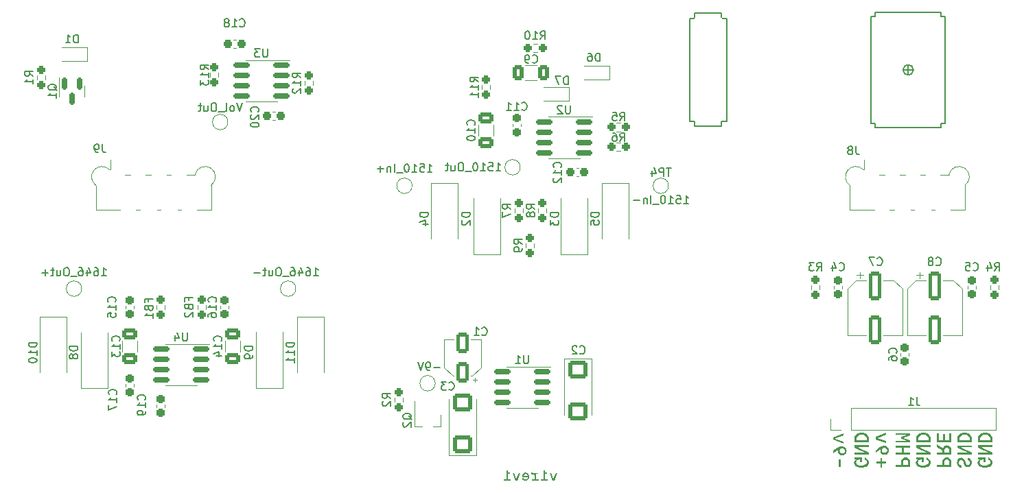
<source format=gbr>
%TF.GenerationSoftware,KiCad,Pcbnew,(6.0.9-0)*%
%TF.CreationDate,2024-08-25T20:50:42+02:00*%
%TF.ProjectId,preamp-test,70726561-6d70-42d7-9465-73742e6b6963,rev?*%
%TF.SameCoordinates,Original*%
%TF.FileFunction,Legend,Bot*%
%TF.FilePolarity,Positive*%
%FSLAX46Y46*%
G04 Gerber Fmt 4.6, Leading zero omitted, Abs format (unit mm)*
G04 Created by KiCad (PCBNEW (6.0.9-0)) date 2024-08-25 20:50:42*
%MOMM*%
%LPD*%
G01*
G04 APERTURE LIST*
G04 Aperture macros list*
%AMRoundRect*
0 Rectangle with rounded corners*
0 $1 Rounding radius*
0 $2 $3 $4 $5 $6 $7 $8 $9 X,Y pos of 4 corners*
0 Add a 4 corners polygon primitive as box body*
4,1,4,$2,$3,$4,$5,$6,$7,$8,$9,$2,$3,0*
0 Add four circle primitives for the rounded corners*
1,1,$1+$1,$2,$3*
1,1,$1+$1,$4,$5*
1,1,$1+$1,$6,$7*
1,1,$1+$1,$8,$9*
0 Add four rect primitives between the rounded corners*
20,1,$1+$1,$2,$3,$4,$5,0*
20,1,$1+$1,$4,$5,$6,$7,0*
20,1,$1+$1,$6,$7,$8,$9,0*
20,1,$1+$1,$8,$9,$2,$3,0*%
G04 Aperture macros list end*
%ADD10C,0.150000*%
%ADD11C,0.152400*%
%ADD12C,0.127000*%
%ADD13C,0.120000*%
%ADD14R,3.416000X3.416000*%
%ADD15O,3.416000X3.416000*%
%ADD16O,2.700000X5.400000*%
%ADD17R,1.800000X1.800000*%
%ADD18C,1.800000*%
%ADD19RoundRect,0.237500X0.237500X-0.250000X0.237500X0.250000X-0.237500X0.250000X-0.237500X-0.250000X0*%
%ADD20RoundRect,0.237500X-0.237500X0.250000X-0.237500X-0.250000X0.237500X-0.250000X0.237500X0.250000X0*%
%ADD21RoundRect,0.237500X0.237500X-0.300000X0.237500X0.300000X-0.237500X0.300000X-0.237500X-0.300000X0*%
%ADD22RoundRect,0.237500X0.250000X0.237500X-0.250000X0.237500X-0.250000X-0.237500X0.250000X-0.237500X0*%
%ADD23RoundRect,0.150000X-0.150000X0.587500X-0.150000X-0.587500X0.150000X-0.587500X0.150000X0.587500X0*%
%ADD24C,1.900000*%
%ADD25R,1.200000X2.000000*%
%ADD26R,1.000000X1.000000*%
%ADD27C,1.500000*%
%ADD28R,1.800000X3.500000*%
%ADD29RoundRect,0.237500X-0.237500X0.300000X-0.237500X-0.300000X0.237500X-0.300000X0.237500X0.300000X0*%
%ADD30RoundRect,0.237500X-0.300000X-0.237500X0.300000X-0.237500X0.300000X0.237500X-0.300000X0.237500X0*%
%ADD31RoundRect,0.150000X0.825000X0.150000X-0.825000X0.150000X-0.825000X-0.150000X0.825000X-0.150000X0*%
%ADD32R,0.800000X1.900000*%
%ADD33RoundRect,0.250000X0.650000X-0.412500X0.650000X0.412500X-0.650000X0.412500X-0.650000X-0.412500X0*%
%ADD34RoundRect,0.250000X-0.412500X-0.650000X0.412500X-0.650000X0.412500X0.650000X-0.412500X0.650000X0*%
%ADD35RoundRect,0.250000X0.550000X-1.050000X0.550000X1.050000X-0.550000X1.050000X-0.550000X-1.050000X0*%
%ADD36RoundRect,0.250000X-0.550000X1.500000X-0.550000X-1.500000X0.550000X-1.500000X0.550000X1.500000X0*%
%ADD37RoundRect,0.250000X-0.925000X0.875000X-0.925000X-0.875000X0.925000X-0.875000X0.925000X0.875000X0*%
%ADD38R,1.700000X1.700000*%
%ADD39O,1.700000X1.700000*%
%ADD40RoundRect,0.237500X-0.250000X-0.237500X0.250000X-0.237500X0.250000X0.237500X-0.250000X0.237500X0*%
%ADD41RoundRect,0.250000X0.925000X-0.875000X0.925000X0.875000X-0.925000X0.875000X-0.925000X-0.875000X0*%
G04 APERTURE END LIST*
D10*
%TO.C,R2*%
X82748380Y-118959333D02*
X82272190Y-118626000D01*
X82748380Y-118387904D02*
X81748380Y-118387904D01*
X81748380Y-118768857D01*
X81796000Y-118864095D01*
X81843619Y-118911714D01*
X81938857Y-118959333D01*
X82081714Y-118959333D01*
X82176952Y-118911714D01*
X82224571Y-118864095D01*
X82272190Y-118768857D01*
X82272190Y-118387904D01*
X81843619Y-119340285D02*
X81796000Y-119387904D01*
X81748380Y-119483142D01*
X81748380Y-119721238D01*
X81796000Y-119816476D01*
X81843619Y-119864095D01*
X81938857Y-119911714D01*
X82034095Y-119911714D01*
X82176952Y-119864095D01*
X82748380Y-119292666D01*
X82748380Y-119911714D01*
%TO.C,R7*%
X97574380Y-95591333D02*
X97098190Y-95258000D01*
X97574380Y-95019904D02*
X96574380Y-95019904D01*
X96574380Y-95400857D01*
X96622000Y-95496095D01*
X96669619Y-95543714D01*
X96764857Y-95591333D01*
X96907714Y-95591333D01*
X97002952Y-95543714D01*
X97050571Y-95496095D01*
X97098190Y-95400857D01*
X97098190Y-95019904D01*
X96574380Y-95924666D02*
X96574380Y-96591333D01*
X97574380Y-96162761D01*
%TO.C,C17*%
X48871142Y-118483142D02*
X48918761Y-118435523D01*
X48966380Y-118292666D01*
X48966380Y-118197428D01*
X48918761Y-118054571D01*
X48823523Y-117959333D01*
X48728285Y-117911714D01*
X48537809Y-117864095D01*
X48394952Y-117864095D01*
X48204476Y-117911714D01*
X48109238Y-117959333D01*
X48014000Y-118054571D01*
X47966380Y-118197428D01*
X47966380Y-118292666D01*
X48014000Y-118435523D01*
X48061619Y-118483142D01*
X48966380Y-119435523D02*
X48966380Y-118864095D01*
X48966380Y-119149809D02*
X47966380Y-119149809D01*
X48109238Y-119054571D01*
X48204476Y-118959333D01*
X48252095Y-118864095D01*
X47966380Y-119768857D02*
X47966380Y-120435523D01*
X48966380Y-120006952D01*
%TO.C,R5*%
X111037666Y-84653380D02*
X111371000Y-84177190D01*
X111609095Y-84653380D02*
X111609095Y-83653380D01*
X111228142Y-83653380D01*
X111132904Y-83701000D01*
X111085285Y-83748619D01*
X111037666Y-83843857D01*
X111037666Y-83986714D01*
X111085285Y-84081952D01*
X111132904Y-84129571D01*
X111228142Y-84177190D01*
X111609095Y-84177190D01*
X110132904Y-83653380D02*
X110609095Y-83653380D01*
X110656714Y-84129571D01*
X110609095Y-84081952D01*
X110513857Y-84034333D01*
X110275761Y-84034333D01*
X110180523Y-84081952D01*
X110132904Y-84129571D01*
X110085285Y-84224809D01*
X110085285Y-84462904D01*
X110132904Y-84558142D01*
X110180523Y-84605761D01*
X110275761Y-84653380D01*
X110513857Y-84653380D01*
X110609095Y-84605761D01*
X110656714Y-84558142D01*
%TO.C,Q1*%
X41581619Y-80930761D02*
X41534000Y-80835523D01*
X41438761Y-80740285D01*
X41295904Y-80597428D01*
X41248285Y-80502190D01*
X41248285Y-80406952D01*
X41486380Y-80454571D02*
X41438761Y-80359333D01*
X41343523Y-80264095D01*
X41153047Y-80216476D01*
X40819714Y-80216476D01*
X40629238Y-80264095D01*
X40534000Y-80359333D01*
X40486380Y-80454571D01*
X40486380Y-80645047D01*
X40534000Y-80740285D01*
X40629238Y-80835523D01*
X40819714Y-80883142D01*
X41153047Y-80883142D01*
X41343523Y-80835523D01*
X41438761Y-80740285D01*
X41486380Y-80645047D01*
X41486380Y-80454571D01*
X41486380Y-81835523D02*
X41486380Y-81264095D01*
X41486380Y-81549809D02*
X40486380Y-81549809D01*
X40629238Y-81454571D01*
X40724476Y-81359333D01*
X40772095Y-81264095D01*
%TO.C,J8*%
X140160333Y-87844380D02*
X140160333Y-88558666D01*
X140207952Y-88701523D01*
X140303190Y-88796761D01*
X140446047Y-88844380D01*
X140541285Y-88844380D01*
X139541285Y-88272952D02*
X139636523Y-88225333D01*
X139684142Y-88177714D01*
X139731761Y-88082476D01*
X139731761Y-88034857D01*
X139684142Y-87939619D01*
X139636523Y-87892000D01*
X139541285Y-87844380D01*
X139350809Y-87844380D01*
X139255571Y-87892000D01*
X139207952Y-87939619D01*
X139160333Y-88034857D01*
X139160333Y-88082476D01*
X139207952Y-88177714D01*
X139255571Y-88225333D01*
X139350809Y-88272952D01*
X139541285Y-88272952D01*
X139636523Y-88320571D01*
X139684142Y-88368190D01*
X139731761Y-88463428D01*
X139731761Y-88653904D01*
X139684142Y-88749142D01*
X139636523Y-88796761D01*
X139541285Y-88844380D01*
X139350809Y-88844380D01*
X139255571Y-88796761D01*
X139207952Y-88749142D01*
X139160333Y-88653904D01*
X139160333Y-88463428D01*
X139207952Y-88368190D01*
X139255571Y-88320571D01*
X139350809Y-88272952D01*
%TO.C,D1*%
X44172095Y-75056380D02*
X44172095Y-74056380D01*
X43934000Y-74056380D01*
X43791142Y-74104000D01*
X43695904Y-74199238D01*
X43648285Y-74294476D01*
X43600666Y-74484952D01*
X43600666Y-74627809D01*
X43648285Y-74818285D01*
X43695904Y-74913523D01*
X43791142Y-75008761D01*
X43934000Y-75056380D01*
X44172095Y-75056380D01*
X42648285Y-75056380D02*
X43219714Y-75056380D01*
X42934000Y-75056380D02*
X42934000Y-74056380D01*
X43029238Y-74199238D01*
X43124476Y-74294476D01*
X43219714Y-74342095D01*
%TO.C,TP3*%
X87288333Y-91003380D02*
X87859761Y-91003380D01*
X87574047Y-91003380D02*
X87574047Y-90003380D01*
X87669285Y-90146238D01*
X87764523Y-90241476D01*
X87859761Y-90289095D01*
X86383571Y-90003380D02*
X86859761Y-90003380D01*
X86907380Y-90479571D01*
X86859761Y-90431952D01*
X86764523Y-90384333D01*
X86526428Y-90384333D01*
X86431190Y-90431952D01*
X86383571Y-90479571D01*
X86335952Y-90574809D01*
X86335952Y-90812904D01*
X86383571Y-90908142D01*
X86431190Y-90955761D01*
X86526428Y-91003380D01*
X86764523Y-91003380D01*
X86859761Y-90955761D01*
X86907380Y-90908142D01*
X85383571Y-91003380D02*
X85955000Y-91003380D01*
X85669285Y-91003380D02*
X85669285Y-90003380D01*
X85764523Y-90146238D01*
X85859761Y-90241476D01*
X85955000Y-90289095D01*
X84764523Y-90003380D02*
X84669285Y-90003380D01*
X84574047Y-90051000D01*
X84526428Y-90098619D01*
X84478809Y-90193857D01*
X84431190Y-90384333D01*
X84431190Y-90622428D01*
X84478809Y-90812904D01*
X84526428Y-90908142D01*
X84574047Y-90955761D01*
X84669285Y-91003380D01*
X84764523Y-91003380D01*
X84859761Y-90955761D01*
X84907380Y-90908142D01*
X84955000Y-90812904D01*
X85002619Y-90622428D01*
X85002619Y-90384333D01*
X84955000Y-90193857D01*
X84907380Y-90098619D01*
X84859761Y-90051000D01*
X84764523Y-90003380D01*
X84240714Y-91098619D02*
X83478809Y-91098619D01*
X83240714Y-91003380D02*
X83240714Y-90003380D01*
X82764523Y-90336714D02*
X82764523Y-91003380D01*
X82764523Y-90431952D02*
X82716904Y-90384333D01*
X82621666Y-90336714D01*
X82478809Y-90336714D01*
X82383571Y-90384333D01*
X82335952Y-90479571D01*
X82335952Y-91003380D01*
X81859761Y-90622428D02*
X81097857Y-90622428D01*
X81478809Y-91003380D02*
X81478809Y-90241476D01*
%TO.C,R12*%
X71666380Y-79367142D02*
X71190190Y-79033809D01*
X71666380Y-78795714D02*
X70666380Y-78795714D01*
X70666380Y-79176666D01*
X70714000Y-79271904D01*
X70761619Y-79319523D01*
X70856857Y-79367142D01*
X70999714Y-79367142D01*
X71094952Y-79319523D01*
X71142571Y-79271904D01*
X71190190Y-79176666D01*
X71190190Y-78795714D01*
X71666380Y-80319523D02*
X71666380Y-79748095D01*
X71666380Y-80033809D02*
X70666380Y-80033809D01*
X70809238Y-79938571D01*
X70904476Y-79843333D01*
X70952095Y-79748095D01*
X70761619Y-80700476D02*
X70714000Y-80748095D01*
X70666380Y-80843333D01*
X70666380Y-81081428D01*
X70714000Y-81176666D01*
X70761619Y-81224285D01*
X70856857Y-81271904D01*
X70952095Y-81271904D01*
X71094952Y-81224285D01*
X71666380Y-80652857D01*
X71666380Y-81271904D01*
%TO.C,D3*%
X103449380Y-96035904D02*
X102449380Y-96035904D01*
X102449380Y-96274000D01*
X102497000Y-96416857D01*
X102592238Y-96512095D01*
X102687476Y-96559714D01*
X102877952Y-96607333D01*
X103020809Y-96607333D01*
X103211285Y-96559714D01*
X103306523Y-96512095D01*
X103401761Y-96416857D01*
X103449380Y-96274000D01*
X103449380Y-96035904D01*
X102449380Y-96940666D02*
X102449380Y-97559714D01*
X102830333Y-97226380D01*
X102830333Y-97369238D01*
X102877952Y-97464476D01*
X102925571Y-97512095D01*
X103020809Y-97559714D01*
X103258904Y-97559714D01*
X103354142Y-97512095D01*
X103401761Y-97464476D01*
X103449380Y-97369238D01*
X103449380Y-97083523D01*
X103401761Y-96988285D01*
X103354142Y-96940666D01*
%TO.C,R6*%
X111037666Y-87193380D02*
X111371000Y-86717190D01*
X111609095Y-87193380D02*
X111609095Y-86193380D01*
X111228142Y-86193380D01*
X111132904Y-86241000D01*
X111085285Y-86288619D01*
X111037666Y-86383857D01*
X111037666Y-86526714D01*
X111085285Y-86621952D01*
X111132904Y-86669571D01*
X111228142Y-86717190D01*
X111609095Y-86717190D01*
X110180523Y-86193380D02*
X110371000Y-86193380D01*
X110466238Y-86241000D01*
X110513857Y-86288619D01*
X110609095Y-86431476D01*
X110656714Y-86621952D01*
X110656714Y-87002904D01*
X110609095Y-87098142D01*
X110561476Y-87145761D01*
X110466238Y-87193380D01*
X110275761Y-87193380D01*
X110180523Y-87145761D01*
X110132904Y-87098142D01*
X110085285Y-87002904D01*
X110085285Y-86764809D01*
X110132904Y-86669571D01*
X110180523Y-86621952D01*
X110275761Y-86574333D01*
X110466238Y-86574333D01*
X110561476Y-86621952D01*
X110609095Y-86669571D01*
X110656714Y-86764809D01*
%TO.C,C6*%
X145104142Y-113371333D02*
X145151761Y-113323714D01*
X145199380Y-113180857D01*
X145199380Y-113085619D01*
X145151761Y-112942761D01*
X145056523Y-112847523D01*
X144961285Y-112799904D01*
X144770809Y-112752285D01*
X144627952Y-112752285D01*
X144437476Y-112799904D01*
X144342238Y-112847523D01*
X144247000Y-112942761D01*
X144199380Y-113085619D01*
X144199380Y-113180857D01*
X144247000Y-113323714D01*
X144294619Y-113371333D01*
X144199380Y-114228476D02*
X144199380Y-114038000D01*
X144247000Y-113942761D01*
X144294619Y-113895142D01*
X144437476Y-113799904D01*
X144627952Y-113752285D01*
X145008904Y-113752285D01*
X145104142Y-113799904D01*
X145151761Y-113847523D01*
X145199380Y-113942761D01*
X145199380Y-114133238D01*
X145151761Y-114228476D01*
X145104142Y-114276095D01*
X145008904Y-114323714D01*
X144770809Y-114323714D01*
X144675571Y-114276095D01*
X144627952Y-114228476D01*
X144580333Y-114133238D01*
X144580333Y-113942761D01*
X144627952Y-113847523D01*
X144675571Y-113799904D01*
X144770809Y-113752285D01*
%TO.C,R9*%
X98971380Y-99909333D02*
X98495190Y-99576000D01*
X98971380Y-99337904D02*
X97971380Y-99337904D01*
X97971380Y-99718857D01*
X98019000Y-99814095D01*
X98066619Y-99861714D01*
X98161857Y-99909333D01*
X98304714Y-99909333D01*
X98399952Y-99861714D01*
X98447571Y-99814095D01*
X98495190Y-99718857D01*
X98495190Y-99337904D01*
X98971380Y-100385523D02*
X98971380Y-100576000D01*
X98923761Y-100671238D01*
X98876142Y-100718857D01*
X98733285Y-100814095D01*
X98542809Y-100861714D01*
X98161857Y-100861714D01*
X98066619Y-100814095D01*
X98019000Y-100766476D01*
X97971380Y-100671238D01*
X97971380Y-100480761D01*
X98019000Y-100385523D01*
X98066619Y-100337904D01*
X98161857Y-100290285D01*
X98399952Y-100290285D01*
X98495190Y-100337904D01*
X98542809Y-100385523D01*
X98590428Y-100480761D01*
X98590428Y-100671238D01*
X98542809Y-100766476D01*
X98495190Y-100814095D01*
X98399952Y-100861714D01*
%TO.C,TP1*%
X88847214Y-115133428D02*
X88085309Y-115133428D01*
X87561500Y-115514380D02*
X87371023Y-115514380D01*
X87275785Y-115466761D01*
X87228166Y-115419142D01*
X87132928Y-115276285D01*
X87085309Y-115085809D01*
X87085309Y-114704857D01*
X87132928Y-114609619D01*
X87180547Y-114562000D01*
X87275785Y-114514380D01*
X87466261Y-114514380D01*
X87561500Y-114562000D01*
X87609119Y-114609619D01*
X87656738Y-114704857D01*
X87656738Y-114942952D01*
X87609119Y-115038190D01*
X87561500Y-115085809D01*
X87466261Y-115133428D01*
X87275785Y-115133428D01*
X87180547Y-115085809D01*
X87132928Y-115038190D01*
X87085309Y-114942952D01*
X86799595Y-114514380D02*
X86466261Y-115514380D01*
X86132928Y-114514380D01*
%TO.C,C20*%
X66397142Y-83558142D02*
X66444761Y-83510523D01*
X66492380Y-83367666D01*
X66492380Y-83272428D01*
X66444761Y-83129571D01*
X66349523Y-83034333D01*
X66254285Y-82986714D01*
X66063809Y-82939095D01*
X65920952Y-82939095D01*
X65730476Y-82986714D01*
X65635238Y-83034333D01*
X65540000Y-83129571D01*
X65492380Y-83272428D01*
X65492380Y-83367666D01*
X65540000Y-83510523D01*
X65587619Y-83558142D01*
X65587619Y-83939095D02*
X65540000Y-83986714D01*
X65492380Y-84081952D01*
X65492380Y-84320047D01*
X65540000Y-84415285D01*
X65587619Y-84462904D01*
X65682857Y-84510523D01*
X65778095Y-84510523D01*
X65920952Y-84462904D01*
X66492380Y-83891476D01*
X66492380Y-84510523D01*
X65492380Y-85129571D02*
X65492380Y-85224809D01*
X65540000Y-85320047D01*
X65587619Y-85367666D01*
X65682857Y-85415285D01*
X65873333Y-85462904D01*
X66111428Y-85462904D01*
X66301904Y-85415285D01*
X66397142Y-85367666D01*
X66444761Y-85320047D01*
X66492380Y-85224809D01*
X66492380Y-85129571D01*
X66444761Y-85034333D01*
X66397142Y-84986714D01*
X66301904Y-84939095D01*
X66111428Y-84891476D01*
X65873333Y-84891476D01*
X65682857Y-84939095D01*
X65587619Y-84986714D01*
X65540000Y-85034333D01*
X65492380Y-85129571D01*
%TO.C,TP4*%
X117339904Y-90514380D02*
X116768476Y-90514380D01*
X117054190Y-91514380D02*
X117054190Y-90514380D01*
X116435142Y-91514380D02*
X116435142Y-90514380D01*
X116054190Y-90514380D01*
X115958952Y-90562000D01*
X115911333Y-90609619D01*
X115863714Y-90704857D01*
X115863714Y-90847714D01*
X115911333Y-90942952D01*
X115958952Y-90990571D01*
X116054190Y-91038190D01*
X116435142Y-91038190D01*
X115006571Y-90847714D02*
X115006571Y-91514380D01*
X115244666Y-90466761D02*
X115482761Y-91181047D01*
X114863714Y-91181047D01*
X118911333Y-94912380D02*
X119482761Y-94912380D01*
X119197047Y-94912380D02*
X119197047Y-93912380D01*
X119292285Y-94055238D01*
X119387523Y-94150476D01*
X119482761Y-94198095D01*
X118006571Y-93912380D02*
X118482761Y-93912380D01*
X118530380Y-94388571D01*
X118482761Y-94340952D01*
X118387523Y-94293333D01*
X118149428Y-94293333D01*
X118054190Y-94340952D01*
X118006571Y-94388571D01*
X117958952Y-94483809D01*
X117958952Y-94721904D01*
X118006571Y-94817142D01*
X118054190Y-94864761D01*
X118149428Y-94912380D01*
X118387523Y-94912380D01*
X118482761Y-94864761D01*
X118530380Y-94817142D01*
X117006571Y-94912380D02*
X117578000Y-94912380D01*
X117292285Y-94912380D02*
X117292285Y-93912380D01*
X117387523Y-94055238D01*
X117482761Y-94150476D01*
X117578000Y-94198095D01*
X116387523Y-93912380D02*
X116292285Y-93912380D01*
X116197047Y-93960000D01*
X116149428Y-94007619D01*
X116101809Y-94102857D01*
X116054190Y-94293333D01*
X116054190Y-94531428D01*
X116101809Y-94721904D01*
X116149428Y-94817142D01*
X116197047Y-94864761D01*
X116292285Y-94912380D01*
X116387523Y-94912380D01*
X116482761Y-94864761D01*
X116530380Y-94817142D01*
X116578000Y-94721904D01*
X116625619Y-94531428D01*
X116625619Y-94293333D01*
X116578000Y-94102857D01*
X116530380Y-94007619D01*
X116482761Y-93960000D01*
X116387523Y-93912380D01*
X115863714Y-95007619D02*
X115101809Y-95007619D01*
X114863714Y-94912380D02*
X114863714Y-93912380D01*
X114387523Y-94245714D02*
X114387523Y-94912380D01*
X114387523Y-94340952D02*
X114339904Y-94293333D01*
X114244666Y-94245714D01*
X114101809Y-94245714D01*
X114006571Y-94293333D01*
X113958952Y-94388571D01*
X113958952Y-94912380D01*
X113482761Y-94531428D02*
X112720857Y-94531428D01*
%TO.C,D10*%
X39100380Y-112069714D02*
X38100380Y-112069714D01*
X38100380Y-112307809D01*
X38148000Y-112450666D01*
X38243238Y-112545904D01*
X38338476Y-112593523D01*
X38528952Y-112641142D01*
X38671809Y-112641142D01*
X38862285Y-112593523D01*
X38957523Y-112545904D01*
X39052761Y-112450666D01*
X39100380Y-112307809D01*
X39100380Y-112069714D01*
X39100380Y-113593523D02*
X39100380Y-113022095D01*
X39100380Y-113307809D02*
X38100380Y-113307809D01*
X38243238Y-113212571D01*
X38338476Y-113117333D01*
X38386095Y-113022095D01*
X38100380Y-114212571D02*
X38100380Y-114307809D01*
X38148000Y-114403047D01*
X38195619Y-114450666D01*
X38290857Y-114498285D01*
X38481333Y-114545904D01*
X38719428Y-114545904D01*
X38909904Y-114498285D01*
X39005142Y-114450666D01*
X39052761Y-114403047D01*
X39100380Y-114307809D01*
X39100380Y-114212571D01*
X39052761Y-114117333D01*
X39005142Y-114069714D01*
X38909904Y-114022095D01*
X38719428Y-113974476D01*
X38481333Y-113974476D01*
X38290857Y-114022095D01*
X38195619Y-114069714D01*
X38148000Y-114117333D01*
X38100380Y-114212571D01*
%TO.C,J9*%
X47196333Y-87590380D02*
X47196333Y-88304666D01*
X47243952Y-88447523D01*
X47339190Y-88542761D01*
X47482047Y-88590380D01*
X47577285Y-88590380D01*
X46672523Y-88590380D02*
X46482047Y-88590380D01*
X46386809Y-88542761D01*
X46339190Y-88495142D01*
X46243952Y-88352285D01*
X46196333Y-88161809D01*
X46196333Y-87780857D01*
X46243952Y-87685619D01*
X46291571Y-87638000D01*
X46386809Y-87590380D01*
X46577285Y-87590380D01*
X46672523Y-87638000D01*
X46720142Y-87685619D01*
X46767761Y-87780857D01*
X46767761Y-88018952D01*
X46720142Y-88114190D01*
X46672523Y-88161809D01*
X46577285Y-88209428D01*
X46386809Y-88209428D01*
X46291571Y-88161809D01*
X46243952Y-88114190D01*
X46196333Y-88018952D01*
%TO.C,U2*%
X104901904Y-82793380D02*
X104901904Y-83602904D01*
X104854285Y-83698142D01*
X104806666Y-83745761D01*
X104711428Y-83793380D01*
X104520952Y-83793380D01*
X104425714Y-83745761D01*
X104378095Y-83698142D01*
X104330476Y-83602904D01*
X104330476Y-82793380D01*
X103901904Y-82888619D02*
X103854285Y-82841000D01*
X103759047Y-82793380D01*
X103520952Y-82793380D01*
X103425714Y-82841000D01*
X103378095Y-82888619D01*
X103330476Y-82983857D01*
X103330476Y-83079095D01*
X103378095Y-83221952D01*
X103949523Y-83793380D01*
X103330476Y-83793380D01*
%TO.C,D5*%
X108442380Y-96035904D02*
X107442380Y-96035904D01*
X107442380Y-96274000D01*
X107490000Y-96416857D01*
X107585238Y-96512095D01*
X107680476Y-96559714D01*
X107870952Y-96607333D01*
X108013809Y-96607333D01*
X108204285Y-96559714D01*
X108299523Y-96512095D01*
X108394761Y-96416857D01*
X108442380Y-96274000D01*
X108442380Y-96035904D01*
X107442380Y-97512095D02*
X107442380Y-97035904D01*
X107918571Y-96988285D01*
X107870952Y-97035904D01*
X107823333Y-97131142D01*
X107823333Y-97369238D01*
X107870952Y-97464476D01*
X107918571Y-97512095D01*
X108013809Y-97559714D01*
X108251904Y-97559714D01*
X108347142Y-97512095D01*
X108394761Y-97464476D01*
X108442380Y-97369238D01*
X108442380Y-97131142D01*
X108394761Y-97035904D01*
X108347142Y-96988285D01*
%TO.C,U1*%
X99753404Y-113654380D02*
X99753404Y-114463904D01*
X99705785Y-114559142D01*
X99658166Y-114606761D01*
X99562928Y-114654380D01*
X99372452Y-114654380D01*
X99277214Y-114606761D01*
X99229595Y-114559142D01*
X99181976Y-114463904D01*
X99181976Y-113654380D01*
X98181976Y-114654380D02*
X98753404Y-114654380D01*
X98467690Y-114654380D02*
X98467690Y-113654380D01*
X98562928Y-113797238D01*
X98658166Y-113892476D01*
X98753404Y-113940095D01*
%TO.C,TP7*%
X73254761Y-103830380D02*
X73826190Y-103830380D01*
X73540476Y-103830380D02*
X73540476Y-102830380D01*
X73635714Y-102973238D01*
X73730952Y-103068476D01*
X73826190Y-103116095D01*
X72397619Y-102830380D02*
X72588095Y-102830380D01*
X72683333Y-102878000D01*
X72730952Y-102925619D01*
X72826190Y-103068476D01*
X72873809Y-103258952D01*
X72873809Y-103639904D01*
X72826190Y-103735142D01*
X72778571Y-103782761D01*
X72683333Y-103830380D01*
X72492857Y-103830380D01*
X72397619Y-103782761D01*
X72350000Y-103735142D01*
X72302380Y-103639904D01*
X72302380Y-103401809D01*
X72350000Y-103306571D01*
X72397619Y-103258952D01*
X72492857Y-103211333D01*
X72683333Y-103211333D01*
X72778571Y-103258952D01*
X72826190Y-103306571D01*
X72873809Y-103401809D01*
X71445238Y-103163714D02*
X71445238Y-103830380D01*
X71683333Y-102782761D02*
X71921428Y-103497047D01*
X71302380Y-103497047D01*
X70492857Y-102830380D02*
X70683333Y-102830380D01*
X70778571Y-102878000D01*
X70826190Y-102925619D01*
X70921428Y-103068476D01*
X70969047Y-103258952D01*
X70969047Y-103639904D01*
X70921428Y-103735142D01*
X70873809Y-103782761D01*
X70778571Y-103830380D01*
X70588095Y-103830380D01*
X70492857Y-103782761D01*
X70445238Y-103735142D01*
X70397619Y-103639904D01*
X70397619Y-103401809D01*
X70445238Y-103306571D01*
X70492857Y-103258952D01*
X70588095Y-103211333D01*
X70778571Y-103211333D01*
X70873809Y-103258952D01*
X70921428Y-103306571D01*
X70969047Y-103401809D01*
X70207142Y-103925619D02*
X69445238Y-103925619D01*
X69016666Y-102830380D02*
X68826190Y-102830380D01*
X68730952Y-102878000D01*
X68635714Y-102973238D01*
X68588095Y-103163714D01*
X68588095Y-103497047D01*
X68635714Y-103687523D01*
X68730952Y-103782761D01*
X68826190Y-103830380D01*
X69016666Y-103830380D01*
X69111904Y-103782761D01*
X69207142Y-103687523D01*
X69254761Y-103497047D01*
X69254761Y-103163714D01*
X69207142Y-102973238D01*
X69111904Y-102878000D01*
X69016666Y-102830380D01*
X67730952Y-103163714D02*
X67730952Y-103830380D01*
X68159523Y-103163714D02*
X68159523Y-103687523D01*
X68111904Y-103782761D01*
X68016666Y-103830380D01*
X67873809Y-103830380D01*
X67778571Y-103782761D01*
X67730952Y-103735142D01*
X67397619Y-103163714D02*
X67016666Y-103163714D01*
X67254761Y-102830380D02*
X67254761Y-103687523D01*
X67207142Y-103782761D01*
X67111904Y-103830380D01*
X67016666Y-103830380D01*
X66683333Y-103449428D02*
X65921428Y-103449428D01*
%TO.C,Q2*%
X85355119Y-121570761D02*
X85307500Y-121475523D01*
X85212261Y-121380285D01*
X85069404Y-121237428D01*
X85021785Y-121142190D01*
X85021785Y-121046952D01*
X85259880Y-121094571D02*
X85212261Y-120999333D01*
X85117023Y-120904095D01*
X84926547Y-120856476D01*
X84593214Y-120856476D01*
X84402738Y-120904095D01*
X84307500Y-120999333D01*
X84259880Y-121094571D01*
X84259880Y-121285047D01*
X84307500Y-121380285D01*
X84402738Y-121475523D01*
X84593214Y-121523142D01*
X84926547Y-121523142D01*
X85117023Y-121475523D01*
X85212261Y-121380285D01*
X85259880Y-121285047D01*
X85259880Y-121094571D01*
X84355119Y-121904095D02*
X84307500Y-121951714D01*
X84259880Y-122046952D01*
X84259880Y-122285047D01*
X84307500Y-122380285D01*
X84355119Y-122427904D01*
X84450357Y-122475523D01*
X84545595Y-122475523D01*
X84688452Y-122427904D01*
X85259880Y-121856476D01*
X85259880Y-122475523D01*
%TO.C,D8*%
X44140380Y-112545904D02*
X43140380Y-112545904D01*
X43140380Y-112784000D01*
X43188000Y-112926857D01*
X43283238Y-113022095D01*
X43378476Y-113069714D01*
X43568952Y-113117333D01*
X43711809Y-113117333D01*
X43902285Y-113069714D01*
X43997523Y-113022095D01*
X44092761Y-112926857D01*
X44140380Y-112784000D01*
X44140380Y-112545904D01*
X43568952Y-113688761D02*
X43521333Y-113593523D01*
X43473714Y-113545904D01*
X43378476Y-113498285D01*
X43330857Y-113498285D01*
X43235619Y-113545904D01*
X43188000Y-113593523D01*
X43140380Y-113688761D01*
X43140380Y-113879238D01*
X43188000Y-113974476D01*
X43235619Y-114022095D01*
X43330857Y-114069714D01*
X43378476Y-114069714D01*
X43473714Y-114022095D01*
X43521333Y-113974476D01*
X43568952Y-113879238D01*
X43568952Y-113688761D01*
X43616571Y-113593523D01*
X43664190Y-113545904D01*
X43759428Y-113498285D01*
X43949904Y-113498285D01*
X44045142Y-113545904D01*
X44092761Y-113593523D01*
X44140380Y-113688761D01*
X44140380Y-113879238D01*
X44092761Y-113974476D01*
X44045142Y-114022095D01*
X43949904Y-114069714D01*
X43759428Y-114069714D01*
X43664190Y-114022095D01*
X43616571Y-113974476D01*
X43568952Y-113879238D01*
%TO.C,C14*%
X61825142Y-111879142D02*
X61872761Y-111831523D01*
X61920380Y-111688666D01*
X61920380Y-111593428D01*
X61872761Y-111450571D01*
X61777523Y-111355333D01*
X61682285Y-111307714D01*
X61491809Y-111260095D01*
X61348952Y-111260095D01*
X61158476Y-111307714D01*
X61063238Y-111355333D01*
X60968000Y-111450571D01*
X60920380Y-111593428D01*
X60920380Y-111688666D01*
X60968000Y-111831523D01*
X61015619Y-111879142D01*
X61920380Y-112831523D02*
X61920380Y-112260095D01*
X61920380Y-112545809D02*
X60920380Y-112545809D01*
X61063238Y-112450571D01*
X61158476Y-112355333D01*
X61206095Y-112260095D01*
X61253714Y-113688666D02*
X61920380Y-113688666D01*
X60872761Y-113450571D02*
X61587047Y-113212476D01*
X61587047Y-113831523D01*
%TO.C,D6*%
X108561095Y-77342380D02*
X108561095Y-76342380D01*
X108323000Y-76342380D01*
X108180142Y-76390000D01*
X108084904Y-76485238D01*
X108037285Y-76580476D01*
X107989666Y-76770952D01*
X107989666Y-76913809D01*
X108037285Y-77104285D01*
X108084904Y-77199523D01*
X108180142Y-77294761D01*
X108323000Y-77342380D01*
X108561095Y-77342380D01*
X107132523Y-76342380D02*
X107323000Y-76342380D01*
X107418238Y-76390000D01*
X107465857Y-76437619D01*
X107561095Y-76580476D01*
X107608714Y-76770952D01*
X107608714Y-77151904D01*
X107561095Y-77247142D01*
X107513476Y-77294761D01*
X107418238Y-77342380D01*
X107227761Y-77342380D01*
X107132523Y-77294761D01*
X107084904Y-77247142D01*
X107037285Y-77151904D01*
X107037285Y-76913809D01*
X107084904Y-76818571D01*
X107132523Y-76770952D01*
X107227761Y-76723333D01*
X107418238Y-76723333D01*
X107513476Y-76770952D01*
X107561095Y-76818571D01*
X107608714Y-76913809D01*
%TO.C,TP2*%
X95749714Y-90876380D02*
X96321142Y-90876380D01*
X96035428Y-90876380D02*
X96035428Y-89876380D01*
X96130666Y-90019238D01*
X96225904Y-90114476D01*
X96321142Y-90162095D01*
X94844952Y-89876380D02*
X95321142Y-89876380D01*
X95368761Y-90352571D01*
X95321142Y-90304952D01*
X95225904Y-90257333D01*
X94987809Y-90257333D01*
X94892571Y-90304952D01*
X94844952Y-90352571D01*
X94797333Y-90447809D01*
X94797333Y-90685904D01*
X94844952Y-90781142D01*
X94892571Y-90828761D01*
X94987809Y-90876380D01*
X95225904Y-90876380D01*
X95321142Y-90828761D01*
X95368761Y-90781142D01*
X93844952Y-90876380D02*
X94416380Y-90876380D01*
X94130666Y-90876380D02*
X94130666Y-89876380D01*
X94225904Y-90019238D01*
X94321142Y-90114476D01*
X94416380Y-90162095D01*
X93225904Y-89876380D02*
X93130666Y-89876380D01*
X93035428Y-89924000D01*
X92987809Y-89971619D01*
X92940190Y-90066857D01*
X92892571Y-90257333D01*
X92892571Y-90495428D01*
X92940190Y-90685904D01*
X92987809Y-90781142D01*
X93035428Y-90828761D01*
X93130666Y-90876380D01*
X93225904Y-90876380D01*
X93321142Y-90828761D01*
X93368761Y-90781142D01*
X93416380Y-90685904D01*
X93464000Y-90495428D01*
X93464000Y-90257333D01*
X93416380Y-90066857D01*
X93368761Y-89971619D01*
X93321142Y-89924000D01*
X93225904Y-89876380D01*
X92702095Y-90971619D02*
X91940190Y-90971619D01*
X91511619Y-89876380D02*
X91321142Y-89876380D01*
X91225904Y-89924000D01*
X91130666Y-90019238D01*
X91083047Y-90209714D01*
X91083047Y-90543047D01*
X91130666Y-90733523D01*
X91225904Y-90828761D01*
X91321142Y-90876380D01*
X91511619Y-90876380D01*
X91606857Y-90828761D01*
X91702095Y-90733523D01*
X91749714Y-90543047D01*
X91749714Y-90209714D01*
X91702095Y-90019238D01*
X91606857Y-89924000D01*
X91511619Y-89876380D01*
X90225904Y-90209714D02*
X90225904Y-90876380D01*
X90654476Y-90209714D02*
X90654476Y-90733523D01*
X90606857Y-90828761D01*
X90511619Y-90876380D01*
X90368761Y-90876380D01*
X90273523Y-90828761D01*
X90225904Y-90781142D01*
X89892571Y-90209714D02*
X89511619Y-90209714D01*
X89749714Y-89876380D02*
X89749714Y-90733523D01*
X89702095Y-90828761D01*
X89606857Y-90876380D01*
X89511619Y-90876380D01*
%TO.C,C9*%
X100242666Y-77446142D02*
X100290285Y-77493761D01*
X100433142Y-77541380D01*
X100528380Y-77541380D01*
X100671238Y-77493761D01*
X100766476Y-77398523D01*
X100814095Y-77303285D01*
X100861714Y-77112809D01*
X100861714Y-76969952D01*
X100814095Y-76779476D01*
X100766476Y-76684238D01*
X100671238Y-76589000D01*
X100528380Y-76541380D01*
X100433142Y-76541380D01*
X100290285Y-76589000D01*
X100242666Y-76636619D01*
X99766476Y-77541380D02*
X99576000Y-77541380D01*
X99480761Y-77493761D01*
X99433142Y-77446142D01*
X99337904Y-77303285D01*
X99290285Y-77112809D01*
X99290285Y-76731857D01*
X99337904Y-76636619D01*
X99385523Y-76589000D01*
X99480761Y-76541380D01*
X99671238Y-76541380D01*
X99766476Y-76589000D01*
X99814095Y-76636619D01*
X99861714Y-76731857D01*
X99861714Y-76969952D01*
X99814095Y-77065190D01*
X99766476Y-77112809D01*
X99671238Y-77160428D01*
X99480761Y-77160428D01*
X99385523Y-77112809D01*
X99337904Y-77065190D01*
X99290285Y-76969952D01*
%TO.C,C16*%
X61157142Y-107053142D02*
X61204761Y-107005523D01*
X61252380Y-106862666D01*
X61252380Y-106767428D01*
X61204761Y-106624571D01*
X61109523Y-106529333D01*
X61014285Y-106481714D01*
X60823809Y-106434095D01*
X60680952Y-106434095D01*
X60490476Y-106481714D01*
X60395238Y-106529333D01*
X60300000Y-106624571D01*
X60252380Y-106767428D01*
X60252380Y-106862666D01*
X60300000Y-107005523D01*
X60347619Y-107053142D01*
X61252380Y-108005523D02*
X61252380Y-107434095D01*
X61252380Y-107719809D02*
X60252380Y-107719809D01*
X60395238Y-107624571D01*
X60490476Y-107529333D01*
X60538095Y-107434095D01*
X60252380Y-108862666D02*
X60252380Y-108672190D01*
X60300000Y-108576952D01*
X60347619Y-108529333D01*
X60490476Y-108434095D01*
X60680952Y-108386476D01*
X61061904Y-108386476D01*
X61157142Y-108434095D01*
X61204761Y-108481714D01*
X61252380Y-108576952D01*
X61252380Y-108767428D01*
X61204761Y-108862666D01*
X61157142Y-108910285D01*
X61061904Y-108957904D01*
X60823809Y-108957904D01*
X60728571Y-108910285D01*
X60680952Y-108862666D01*
X60633333Y-108767428D01*
X60633333Y-108576952D01*
X60680952Y-108481714D01*
X60728571Y-108434095D01*
X60823809Y-108386476D01*
%TO.C,C1*%
X94019666Y-111101142D02*
X94067285Y-111148761D01*
X94210142Y-111196380D01*
X94305380Y-111196380D01*
X94448238Y-111148761D01*
X94543476Y-111053523D01*
X94591095Y-110958285D01*
X94638714Y-110767809D01*
X94638714Y-110624952D01*
X94591095Y-110434476D01*
X94543476Y-110339238D01*
X94448238Y-110244000D01*
X94305380Y-110196380D01*
X94210142Y-110196380D01*
X94067285Y-110244000D01*
X94019666Y-110291619D01*
X93067285Y-111196380D02*
X93638714Y-111196380D01*
X93353000Y-111196380D02*
X93353000Y-110196380D01*
X93448238Y-110339238D01*
X93543476Y-110434476D01*
X93638714Y-110482095D01*
%TO.C,R8*%
X100528380Y-95591333D02*
X100052190Y-95258000D01*
X100528380Y-95019904D02*
X99528380Y-95019904D01*
X99528380Y-95400857D01*
X99576000Y-95496095D01*
X99623619Y-95543714D01*
X99718857Y-95591333D01*
X99861714Y-95591333D01*
X99956952Y-95543714D01*
X100004571Y-95496095D01*
X100052190Y-95400857D01*
X100052190Y-95019904D01*
X99956952Y-96162761D02*
X99909333Y-96067523D01*
X99861714Y-96019904D01*
X99766476Y-95972285D01*
X99718857Y-95972285D01*
X99623619Y-96019904D01*
X99576000Y-96067523D01*
X99528380Y-96162761D01*
X99528380Y-96353238D01*
X99576000Y-96448476D01*
X99623619Y-96496095D01*
X99718857Y-96543714D01*
X99766476Y-96543714D01*
X99861714Y-96496095D01*
X99909333Y-96448476D01*
X99956952Y-96353238D01*
X99956952Y-96162761D01*
X100004571Y-96067523D01*
X100052190Y-96019904D01*
X100147428Y-95972285D01*
X100337904Y-95972285D01*
X100433142Y-96019904D01*
X100480761Y-96067523D01*
X100528380Y-96162761D01*
X100528380Y-96353238D01*
X100480761Y-96448476D01*
X100433142Y-96496095D01*
X100337904Y-96543714D01*
X100147428Y-96543714D01*
X100052190Y-96496095D01*
X100004571Y-96448476D01*
X99956952Y-96353238D01*
%TO.C,C13*%
X49252142Y-111879142D02*
X49299761Y-111831523D01*
X49347380Y-111688666D01*
X49347380Y-111593428D01*
X49299761Y-111450571D01*
X49204523Y-111355333D01*
X49109285Y-111307714D01*
X48918809Y-111260095D01*
X48775952Y-111260095D01*
X48585476Y-111307714D01*
X48490238Y-111355333D01*
X48395000Y-111450571D01*
X48347380Y-111593428D01*
X48347380Y-111688666D01*
X48395000Y-111831523D01*
X48442619Y-111879142D01*
X49347380Y-112831523D02*
X49347380Y-112260095D01*
X49347380Y-112545809D02*
X48347380Y-112545809D01*
X48490238Y-112450571D01*
X48585476Y-112355333D01*
X48633095Y-112260095D01*
X48347380Y-113164857D02*
X48347380Y-113783904D01*
X48728333Y-113450571D01*
X48728333Y-113593428D01*
X48775952Y-113688666D01*
X48823571Y-113736285D01*
X48918809Y-113783904D01*
X49156904Y-113783904D01*
X49252142Y-113736285D01*
X49299761Y-113688666D01*
X49347380Y-113593428D01*
X49347380Y-113307714D01*
X49299761Y-113212476D01*
X49252142Y-113164857D01*
%TO.C,TP6*%
X47092761Y-103830380D02*
X47664190Y-103830380D01*
X47378476Y-103830380D02*
X47378476Y-102830380D01*
X47473714Y-102973238D01*
X47568952Y-103068476D01*
X47664190Y-103116095D01*
X46235619Y-102830380D02*
X46426095Y-102830380D01*
X46521333Y-102878000D01*
X46568952Y-102925619D01*
X46664190Y-103068476D01*
X46711809Y-103258952D01*
X46711809Y-103639904D01*
X46664190Y-103735142D01*
X46616571Y-103782761D01*
X46521333Y-103830380D01*
X46330857Y-103830380D01*
X46235619Y-103782761D01*
X46188000Y-103735142D01*
X46140380Y-103639904D01*
X46140380Y-103401809D01*
X46188000Y-103306571D01*
X46235619Y-103258952D01*
X46330857Y-103211333D01*
X46521333Y-103211333D01*
X46616571Y-103258952D01*
X46664190Y-103306571D01*
X46711809Y-103401809D01*
X45283238Y-103163714D02*
X45283238Y-103830380D01*
X45521333Y-102782761D02*
X45759428Y-103497047D01*
X45140380Y-103497047D01*
X44330857Y-102830380D02*
X44521333Y-102830380D01*
X44616571Y-102878000D01*
X44664190Y-102925619D01*
X44759428Y-103068476D01*
X44807047Y-103258952D01*
X44807047Y-103639904D01*
X44759428Y-103735142D01*
X44711809Y-103782761D01*
X44616571Y-103830380D01*
X44426095Y-103830380D01*
X44330857Y-103782761D01*
X44283238Y-103735142D01*
X44235619Y-103639904D01*
X44235619Y-103401809D01*
X44283238Y-103306571D01*
X44330857Y-103258952D01*
X44426095Y-103211333D01*
X44616571Y-103211333D01*
X44711809Y-103258952D01*
X44759428Y-103306571D01*
X44807047Y-103401809D01*
X44045142Y-103925619D02*
X43283238Y-103925619D01*
X42854666Y-102830380D02*
X42664190Y-102830380D01*
X42568952Y-102878000D01*
X42473714Y-102973238D01*
X42426095Y-103163714D01*
X42426095Y-103497047D01*
X42473714Y-103687523D01*
X42568952Y-103782761D01*
X42664190Y-103830380D01*
X42854666Y-103830380D01*
X42949904Y-103782761D01*
X43045142Y-103687523D01*
X43092761Y-103497047D01*
X43092761Y-103163714D01*
X43045142Y-102973238D01*
X42949904Y-102878000D01*
X42854666Y-102830380D01*
X41568952Y-103163714D02*
X41568952Y-103830380D01*
X41997523Y-103163714D02*
X41997523Y-103687523D01*
X41949904Y-103782761D01*
X41854666Y-103830380D01*
X41711809Y-103830380D01*
X41616571Y-103782761D01*
X41568952Y-103735142D01*
X41235619Y-103163714D02*
X40854666Y-103163714D01*
X41092761Y-102830380D02*
X41092761Y-103687523D01*
X41045142Y-103782761D01*
X40949904Y-103830380D01*
X40854666Y-103830380D01*
X40521333Y-103449428D02*
X39759428Y-103449428D01*
X40140380Y-103830380D02*
X40140380Y-103068476D01*
%TO.C,C8*%
X150026666Y-102465142D02*
X150074285Y-102512761D01*
X150217142Y-102560380D01*
X150312380Y-102560380D01*
X150455238Y-102512761D01*
X150550476Y-102417523D01*
X150598095Y-102322285D01*
X150645714Y-102131809D01*
X150645714Y-101988952D01*
X150598095Y-101798476D01*
X150550476Y-101703238D01*
X150455238Y-101608000D01*
X150312380Y-101560380D01*
X150217142Y-101560380D01*
X150074285Y-101608000D01*
X150026666Y-101655619D01*
X149455238Y-101988952D02*
X149550476Y-101941333D01*
X149598095Y-101893714D01*
X149645714Y-101798476D01*
X149645714Y-101750857D01*
X149598095Y-101655619D01*
X149550476Y-101608000D01*
X149455238Y-101560380D01*
X149264761Y-101560380D01*
X149169523Y-101608000D01*
X149121904Y-101655619D01*
X149074285Y-101750857D01*
X149074285Y-101798476D01*
X149121904Y-101893714D01*
X149169523Y-101941333D01*
X149264761Y-101988952D01*
X149455238Y-101988952D01*
X149550476Y-102036571D01*
X149598095Y-102084190D01*
X149645714Y-102179428D01*
X149645714Y-102369904D01*
X149598095Y-102465142D01*
X149550476Y-102512761D01*
X149455238Y-102560380D01*
X149264761Y-102560380D01*
X149169523Y-102512761D01*
X149121904Y-102465142D01*
X149074285Y-102369904D01*
X149074285Y-102179428D01*
X149121904Y-102084190D01*
X149169523Y-102036571D01*
X149264761Y-101988952D01*
%TO.C,C7*%
X142787666Y-102465142D02*
X142835285Y-102512761D01*
X142978142Y-102560380D01*
X143073380Y-102560380D01*
X143216238Y-102512761D01*
X143311476Y-102417523D01*
X143359095Y-102322285D01*
X143406714Y-102131809D01*
X143406714Y-101988952D01*
X143359095Y-101798476D01*
X143311476Y-101703238D01*
X143216238Y-101608000D01*
X143073380Y-101560380D01*
X142978142Y-101560380D01*
X142835285Y-101608000D01*
X142787666Y-101655619D01*
X142454333Y-101560380D02*
X141787666Y-101560380D01*
X142216238Y-102560380D01*
%TO.C,C19*%
X52427142Y-119118142D02*
X52474761Y-119070523D01*
X52522380Y-118927666D01*
X52522380Y-118832428D01*
X52474761Y-118689571D01*
X52379523Y-118594333D01*
X52284285Y-118546714D01*
X52093809Y-118499095D01*
X51950952Y-118499095D01*
X51760476Y-118546714D01*
X51665238Y-118594333D01*
X51570000Y-118689571D01*
X51522380Y-118832428D01*
X51522380Y-118927666D01*
X51570000Y-119070523D01*
X51617619Y-119118142D01*
X52522380Y-120070523D02*
X52522380Y-119499095D01*
X52522380Y-119784809D02*
X51522380Y-119784809D01*
X51665238Y-119689571D01*
X51760476Y-119594333D01*
X51808095Y-119499095D01*
X52522380Y-120546714D02*
X52522380Y-120737190D01*
X52474761Y-120832428D01*
X52427142Y-120880047D01*
X52284285Y-120975285D01*
X52093809Y-121022904D01*
X51712857Y-121022904D01*
X51617619Y-120975285D01*
X51570000Y-120927666D01*
X51522380Y-120832428D01*
X51522380Y-120641952D01*
X51570000Y-120546714D01*
X51617619Y-120499095D01*
X51712857Y-120451476D01*
X51950952Y-120451476D01*
X52046190Y-120499095D01*
X52093809Y-120546714D01*
X52141428Y-120641952D01*
X52141428Y-120832428D01*
X52093809Y-120927666D01*
X52046190Y-120975285D01*
X51950952Y-121022904D01*
%TO.C,C2*%
X106084666Y-113387142D02*
X106132285Y-113434761D01*
X106275142Y-113482380D01*
X106370380Y-113482380D01*
X106513238Y-113434761D01*
X106608476Y-113339523D01*
X106656095Y-113244285D01*
X106703714Y-113053809D01*
X106703714Y-112910952D01*
X106656095Y-112720476D01*
X106608476Y-112625238D01*
X106513238Y-112530000D01*
X106370380Y-112482380D01*
X106275142Y-112482380D01*
X106132285Y-112530000D01*
X106084666Y-112577619D01*
X105703714Y-112577619D02*
X105656095Y-112530000D01*
X105560857Y-112482380D01*
X105322761Y-112482380D01*
X105227523Y-112530000D01*
X105179904Y-112577619D01*
X105132285Y-112672857D01*
X105132285Y-112768095D01*
X105179904Y-112910952D01*
X105751333Y-113482380D01*
X105132285Y-113482380D01*
%TO.C,J1*%
X147653333Y-118832380D02*
X147653333Y-119546666D01*
X147700952Y-119689523D01*
X147796190Y-119784761D01*
X147939047Y-119832380D01*
X148034285Y-119832380D01*
X146653333Y-119832380D02*
X147224761Y-119832380D01*
X146939047Y-119832380D02*
X146939047Y-118832380D01*
X147034285Y-118975238D01*
X147129523Y-119070476D01*
X147224761Y-119118095D01*
%TO.C,D9*%
X65730380Y-112545904D02*
X64730380Y-112545904D01*
X64730380Y-112784000D01*
X64778000Y-112926857D01*
X64873238Y-113022095D01*
X64968476Y-113069714D01*
X65158952Y-113117333D01*
X65301809Y-113117333D01*
X65492285Y-113069714D01*
X65587523Y-113022095D01*
X65682761Y-112926857D01*
X65730380Y-112784000D01*
X65730380Y-112545904D01*
X65730380Y-113593523D02*
X65730380Y-113784000D01*
X65682761Y-113879238D01*
X65635142Y-113926857D01*
X65492285Y-114022095D01*
X65301809Y-114069714D01*
X64920857Y-114069714D01*
X64825619Y-114022095D01*
X64778000Y-113974476D01*
X64730380Y-113879238D01*
X64730380Y-113688761D01*
X64778000Y-113593523D01*
X64825619Y-113545904D01*
X64920857Y-113498285D01*
X65158952Y-113498285D01*
X65254190Y-113545904D01*
X65301809Y-113593523D01*
X65349428Y-113688761D01*
X65349428Y-113879238D01*
X65301809Y-113974476D01*
X65254190Y-114022095D01*
X65158952Y-114069714D01*
%TO.C,FB2*%
X57840571Y-106862666D02*
X57840571Y-106529333D01*
X58364380Y-106529333D02*
X57364380Y-106529333D01*
X57364380Y-107005523D01*
X57840571Y-107719809D02*
X57888190Y-107862666D01*
X57935809Y-107910285D01*
X58031047Y-107957904D01*
X58173904Y-107957904D01*
X58269142Y-107910285D01*
X58316761Y-107862666D01*
X58364380Y-107767428D01*
X58364380Y-107386476D01*
X57364380Y-107386476D01*
X57364380Y-107719809D01*
X57412000Y-107815047D01*
X57459619Y-107862666D01*
X57554857Y-107910285D01*
X57650095Y-107910285D01*
X57745333Y-107862666D01*
X57792952Y-107815047D01*
X57840571Y-107719809D01*
X57840571Y-107386476D01*
X57459619Y-108338857D02*
X57412000Y-108386476D01*
X57364380Y-108481714D01*
X57364380Y-108719809D01*
X57412000Y-108815047D01*
X57459619Y-108862666D01*
X57554857Y-108910285D01*
X57650095Y-108910285D01*
X57792952Y-108862666D01*
X58364380Y-108291238D01*
X58364380Y-108910285D01*
%TO.C,R4*%
X157265666Y-103195380D02*
X157599000Y-102719190D01*
X157837095Y-103195380D02*
X157837095Y-102195380D01*
X157456142Y-102195380D01*
X157360904Y-102243000D01*
X157313285Y-102290619D01*
X157265666Y-102385857D01*
X157265666Y-102528714D01*
X157313285Y-102623952D01*
X157360904Y-102671571D01*
X157456142Y-102719190D01*
X157837095Y-102719190D01*
X156408523Y-102528714D02*
X156408523Y-103195380D01*
X156646619Y-102147761D02*
X156884714Y-102862047D01*
X156265666Y-102862047D01*
%TO.C,C12*%
X103735142Y-90416142D02*
X103782761Y-90368523D01*
X103830380Y-90225666D01*
X103830380Y-90130428D01*
X103782761Y-89987571D01*
X103687523Y-89892333D01*
X103592285Y-89844714D01*
X103401809Y-89797095D01*
X103258952Y-89797095D01*
X103068476Y-89844714D01*
X102973238Y-89892333D01*
X102878000Y-89987571D01*
X102830380Y-90130428D01*
X102830380Y-90225666D01*
X102878000Y-90368523D01*
X102925619Y-90416142D01*
X103830380Y-91368523D02*
X103830380Y-90797095D01*
X103830380Y-91082809D02*
X102830380Y-91082809D01*
X102973238Y-90987571D01*
X103068476Y-90892333D01*
X103116095Y-90797095D01*
X102925619Y-91749476D02*
X102878000Y-91797095D01*
X102830380Y-91892333D01*
X102830380Y-92130428D01*
X102878000Y-92225666D01*
X102925619Y-92273285D01*
X103020857Y-92320904D01*
X103116095Y-92320904D01*
X103258952Y-92273285D01*
X103830380Y-91701857D01*
X103830380Y-92320904D01*
%TO.C,D2*%
X92527380Y-96035904D02*
X91527380Y-96035904D01*
X91527380Y-96274000D01*
X91575000Y-96416857D01*
X91670238Y-96512095D01*
X91765476Y-96559714D01*
X91955952Y-96607333D01*
X92098809Y-96607333D01*
X92289285Y-96559714D01*
X92384523Y-96512095D01*
X92479761Y-96416857D01*
X92527380Y-96274000D01*
X92527380Y-96035904D01*
X91622619Y-96988285D02*
X91575000Y-97035904D01*
X91527380Y-97131142D01*
X91527380Y-97369238D01*
X91575000Y-97464476D01*
X91622619Y-97512095D01*
X91717857Y-97559714D01*
X91813095Y-97559714D01*
X91955952Y-97512095D01*
X92527380Y-96940666D01*
X92527380Y-97559714D01*
%TO.C,C11*%
X98940857Y-83288142D02*
X98988476Y-83335761D01*
X99131333Y-83383380D01*
X99226571Y-83383380D01*
X99369428Y-83335761D01*
X99464666Y-83240523D01*
X99512285Y-83145285D01*
X99559904Y-82954809D01*
X99559904Y-82811952D01*
X99512285Y-82621476D01*
X99464666Y-82526238D01*
X99369428Y-82431000D01*
X99226571Y-82383380D01*
X99131333Y-82383380D01*
X98988476Y-82431000D01*
X98940857Y-82478619D01*
X97988476Y-83383380D02*
X98559904Y-83383380D01*
X98274190Y-83383380D02*
X98274190Y-82383380D01*
X98369428Y-82526238D01*
X98464666Y-82621476D01*
X98559904Y-82669095D01*
X97036095Y-83383380D02*
X97607523Y-83383380D01*
X97321809Y-83383380D02*
X97321809Y-82383380D01*
X97417047Y-82526238D01*
X97512285Y-82621476D01*
X97607523Y-82669095D01*
%TO.C,R10*%
X101226857Y-74620380D02*
X101560190Y-74144190D01*
X101798285Y-74620380D02*
X101798285Y-73620380D01*
X101417333Y-73620380D01*
X101322095Y-73668000D01*
X101274476Y-73715619D01*
X101226857Y-73810857D01*
X101226857Y-73953714D01*
X101274476Y-74048952D01*
X101322095Y-74096571D01*
X101417333Y-74144190D01*
X101798285Y-74144190D01*
X100274476Y-74620380D02*
X100845904Y-74620380D01*
X100560190Y-74620380D02*
X100560190Y-73620380D01*
X100655428Y-73763238D01*
X100750666Y-73858476D01*
X100845904Y-73906095D01*
X99655428Y-73620380D02*
X99560190Y-73620380D01*
X99464952Y-73668000D01*
X99417333Y-73715619D01*
X99369714Y-73810857D01*
X99322095Y-74001333D01*
X99322095Y-74239428D01*
X99369714Y-74429904D01*
X99417333Y-74525142D01*
X99464952Y-74572761D01*
X99560190Y-74620380D01*
X99655428Y-74620380D01*
X99750666Y-74572761D01*
X99798285Y-74525142D01*
X99845904Y-74429904D01*
X99893523Y-74239428D01*
X99893523Y-74001333D01*
X99845904Y-73810857D01*
X99798285Y-73715619D01*
X99750666Y-73668000D01*
X99655428Y-73620380D01*
%TO.C,C15*%
X48744142Y-107053142D02*
X48791761Y-107005523D01*
X48839380Y-106862666D01*
X48839380Y-106767428D01*
X48791761Y-106624571D01*
X48696523Y-106529333D01*
X48601285Y-106481714D01*
X48410809Y-106434095D01*
X48267952Y-106434095D01*
X48077476Y-106481714D01*
X47982238Y-106529333D01*
X47887000Y-106624571D01*
X47839380Y-106767428D01*
X47839380Y-106862666D01*
X47887000Y-107005523D01*
X47934619Y-107053142D01*
X48839380Y-108005523D02*
X48839380Y-107434095D01*
X48839380Y-107719809D02*
X47839380Y-107719809D01*
X47982238Y-107624571D01*
X48077476Y-107529333D01*
X48125095Y-107434095D01*
X47839380Y-108910285D02*
X47839380Y-108434095D01*
X48315571Y-108386476D01*
X48267952Y-108434095D01*
X48220333Y-108529333D01*
X48220333Y-108767428D01*
X48267952Y-108862666D01*
X48315571Y-108910285D01*
X48410809Y-108957904D01*
X48648904Y-108957904D01*
X48744142Y-108910285D01*
X48791761Y-108862666D01*
X48839380Y-108767428D01*
X48839380Y-108529333D01*
X48791761Y-108434095D01*
X48744142Y-108386476D01*
%TO.C,C4*%
X138088666Y-103100142D02*
X138136285Y-103147761D01*
X138279142Y-103195380D01*
X138374380Y-103195380D01*
X138517238Y-103147761D01*
X138612476Y-103052523D01*
X138660095Y-102957285D01*
X138707714Y-102766809D01*
X138707714Y-102623952D01*
X138660095Y-102433476D01*
X138612476Y-102338238D01*
X138517238Y-102243000D01*
X138374380Y-102195380D01*
X138279142Y-102195380D01*
X138136285Y-102243000D01*
X138088666Y-102290619D01*
X137231523Y-102528714D02*
X137231523Y-103195380D01*
X137469619Y-102147761D02*
X137707714Y-102862047D01*
X137088666Y-102862047D01*
%TO.C,R11*%
X93543380Y-79875142D02*
X93067190Y-79541809D01*
X93543380Y-79303714D02*
X92543380Y-79303714D01*
X92543380Y-79684666D01*
X92591000Y-79779904D01*
X92638619Y-79827523D01*
X92733857Y-79875142D01*
X92876714Y-79875142D01*
X92971952Y-79827523D01*
X93019571Y-79779904D01*
X93067190Y-79684666D01*
X93067190Y-79303714D01*
X93543380Y-80827523D02*
X93543380Y-80256095D01*
X93543380Y-80541809D02*
X92543380Y-80541809D01*
X92686238Y-80446571D01*
X92781476Y-80351333D01*
X92829095Y-80256095D01*
X93543380Y-81779904D02*
X93543380Y-81208476D01*
X93543380Y-81494190D02*
X92543380Y-81494190D01*
X92686238Y-81398952D01*
X92781476Y-81303714D01*
X92829095Y-81208476D01*
%TO.C,U4*%
X57657904Y-110860380D02*
X57657904Y-111669904D01*
X57610285Y-111765142D01*
X57562666Y-111812761D01*
X57467428Y-111860380D01*
X57276952Y-111860380D01*
X57181714Y-111812761D01*
X57134095Y-111765142D01*
X57086476Y-111669904D01*
X57086476Y-110860380D01*
X56181714Y-111193714D02*
X56181714Y-111860380D01*
X56419809Y-110812761D02*
X56657904Y-111527047D01*
X56038857Y-111527047D01*
%TO.C,C18*%
X64142857Y-73001142D02*
X64190476Y-73048761D01*
X64333333Y-73096380D01*
X64428571Y-73096380D01*
X64571428Y-73048761D01*
X64666666Y-72953523D01*
X64714285Y-72858285D01*
X64761904Y-72667809D01*
X64761904Y-72524952D01*
X64714285Y-72334476D01*
X64666666Y-72239238D01*
X64571428Y-72144000D01*
X64428571Y-72096380D01*
X64333333Y-72096380D01*
X64190476Y-72144000D01*
X64142857Y-72191619D01*
X63190476Y-73096380D02*
X63761904Y-73096380D01*
X63476190Y-73096380D02*
X63476190Y-72096380D01*
X63571428Y-72239238D01*
X63666666Y-72334476D01*
X63761904Y-72382095D01*
X62619047Y-72524952D02*
X62714285Y-72477333D01*
X62761904Y-72429714D01*
X62809523Y-72334476D01*
X62809523Y-72286857D01*
X62761904Y-72191619D01*
X62714285Y-72144000D01*
X62619047Y-72096380D01*
X62428571Y-72096380D01*
X62333333Y-72144000D01*
X62285714Y-72191619D01*
X62238095Y-72286857D01*
X62238095Y-72334476D01*
X62285714Y-72429714D01*
X62333333Y-72477333D01*
X62428571Y-72524952D01*
X62619047Y-72524952D01*
X62714285Y-72572571D01*
X62761904Y-72620190D01*
X62809523Y-72715428D01*
X62809523Y-72905904D01*
X62761904Y-73001142D01*
X62714285Y-73048761D01*
X62619047Y-73096380D01*
X62428571Y-73096380D01*
X62333333Y-73048761D01*
X62285714Y-73001142D01*
X62238095Y-72905904D01*
X62238095Y-72715428D01*
X62285714Y-72620190D01*
X62333333Y-72572571D01*
X62428571Y-72524952D01*
%TO.C,D7*%
X104624095Y-80208380D02*
X104624095Y-79208380D01*
X104386000Y-79208380D01*
X104243142Y-79256000D01*
X104147904Y-79351238D01*
X104100285Y-79446476D01*
X104052666Y-79636952D01*
X104052666Y-79779809D01*
X104100285Y-79970285D01*
X104147904Y-80065523D01*
X104243142Y-80160761D01*
X104386000Y-80208380D01*
X104624095Y-80208380D01*
X103719333Y-79208380D02*
X103052666Y-79208380D01*
X103481238Y-80208380D01*
%TO.C,R3*%
X135294666Y-103195380D02*
X135628000Y-102719190D01*
X135866095Y-103195380D02*
X135866095Y-102195380D01*
X135485142Y-102195380D01*
X135389904Y-102243000D01*
X135342285Y-102290619D01*
X135294666Y-102385857D01*
X135294666Y-102528714D01*
X135342285Y-102623952D01*
X135389904Y-102671571D01*
X135485142Y-102719190D01*
X135866095Y-102719190D01*
X134961333Y-102195380D02*
X134342285Y-102195380D01*
X134675619Y-102576333D01*
X134532761Y-102576333D01*
X134437523Y-102623952D01*
X134389904Y-102671571D01*
X134342285Y-102766809D01*
X134342285Y-103004904D01*
X134389904Y-103100142D01*
X134437523Y-103147761D01*
X134532761Y-103195380D01*
X134818476Y-103195380D01*
X134913714Y-103147761D01*
X134961333Y-103100142D01*
%TO.C,U3*%
X67563904Y-75808380D02*
X67563904Y-76617904D01*
X67516285Y-76713142D01*
X67468666Y-76760761D01*
X67373428Y-76808380D01*
X67182952Y-76808380D01*
X67087714Y-76760761D01*
X67040095Y-76713142D01*
X66992476Y-76617904D01*
X66992476Y-75808380D01*
X66611523Y-75808380D02*
X65992476Y-75808380D01*
X66325809Y-76189333D01*
X66182952Y-76189333D01*
X66087714Y-76236952D01*
X66040095Y-76284571D01*
X65992476Y-76379809D01*
X65992476Y-76617904D01*
X66040095Y-76713142D01*
X66087714Y-76760761D01*
X66182952Y-76808380D01*
X66468666Y-76808380D01*
X66563904Y-76760761D01*
X66611523Y-76713142D01*
%TO.C,R13*%
X60269380Y-78351142D02*
X59793190Y-78017809D01*
X60269380Y-77779714D02*
X59269380Y-77779714D01*
X59269380Y-78160666D01*
X59317000Y-78255904D01*
X59364619Y-78303523D01*
X59459857Y-78351142D01*
X59602714Y-78351142D01*
X59697952Y-78303523D01*
X59745571Y-78255904D01*
X59793190Y-78160666D01*
X59793190Y-77779714D01*
X60269380Y-79303523D02*
X60269380Y-78732095D01*
X60269380Y-79017809D02*
X59269380Y-79017809D01*
X59412238Y-78922571D01*
X59507476Y-78827333D01*
X59555095Y-78732095D01*
X59269380Y-79636857D02*
X59269380Y-80255904D01*
X59650333Y-79922571D01*
X59650333Y-80065428D01*
X59697952Y-80160666D01*
X59745571Y-80208285D01*
X59840809Y-80255904D01*
X60078904Y-80255904D01*
X60174142Y-80208285D01*
X60221761Y-80160666D01*
X60269380Y-80065428D01*
X60269380Y-79779714D01*
X60221761Y-79684476D01*
X60174142Y-79636857D01*
%TO.C,FB1*%
X52887571Y-106989666D02*
X52887571Y-106656333D01*
X53411380Y-106656333D02*
X52411380Y-106656333D01*
X52411380Y-107132523D01*
X52887571Y-107846809D02*
X52935190Y-107989666D01*
X52982809Y-108037285D01*
X53078047Y-108084904D01*
X53220904Y-108084904D01*
X53316142Y-108037285D01*
X53363761Y-107989666D01*
X53411380Y-107894428D01*
X53411380Y-107513476D01*
X52411380Y-107513476D01*
X52411380Y-107846809D01*
X52459000Y-107942047D01*
X52506619Y-107989666D01*
X52601857Y-108037285D01*
X52697095Y-108037285D01*
X52792333Y-107989666D01*
X52839952Y-107942047D01*
X52887571Y-107846809D01*
X52887571Y-107513476D01*
X53411380Y-109037285D02*
X53411380Y-108465857D01*
X53411380Y-108751571D02*
X52411380Y-108751571D01*
X52554238Y-108656333D01*
X52649476Y-108561095D01*
X52697095Y-108465857D01*
%TO.C,D4*%
X87360380Y-96035904D02*
X86360380Y-96035904D01*
X86360380Y-96274000D01*
X86408000Y-96416857D01*
X86503238Y-96512095D01*
X86598476Y-96559714D01*
X86788952Y-96607333D01*
X86931809Y-96607333D01*
X87122285Y-96559714D01*
X87217523Y-96512095D01*
X87312761Y-96416857D01*
X87360380Y-96274000D01*
X87360380Y-96035904D01*
X86693714Y-97464476D02*
X87360380Y-97464476D01*
X86312761Y-97226380D02*
X87027047Y-96988285D01*
X87027047Y-97607333D01*
%TO.C,TP5*%
X64412476Y-82510380D02*
X64079142Y-83510380D01*
X63745809Y-82510380D01*
X63269619Y-83510380D02*
X63364857Y-83462761D01*
X63412476Y-83415142D01*
X63460095Y-83319904D01*
X63460095Y-83034190D01*
X63412476Y-82938952D01*
X63364857Y-82891333D01*
X63269619Y-82843714D01*
X63126761Y-82843714D01*
X63031523Y-82891333D01*
X62983904Y-82938952D01*
X62936285Y-83034190D01*
X62936285Y-83319904D01*
X62983904Y-83415142D01*
X63031523Y-83462761D01*
X63126761Y-83510380D01*
X63269619Y-83510380D01*
X62364857Y-83510380D02*
X62460095Y-83462761D01*
X62507714Y-83367523D01*
X62507714Y-82510380D01*
X62222000Y-83605619D02*
X61460095Y-83605619D01*
X61031523Y-82510380D02*
X60841047Y-82510380D01*
X60745809Y-82558000D01*
X60650571Y-82653238D01*
X60602952Y-82843714D01*
X60602952Y-83177047D01*
X60650571Y-83367523D01*
X60745809Y-83462761D01*
X60841047Y-83510380D01*
X61031523Y-83510380D01*
X61126761Y-83462761D01*
X61222000Y-83367523D01*
X61269619Y-83177047D01*
X61269619Y-82843714D01*
X61222000Y-82653238D01*
X61126761Y-82558000D01*
X61031523Y-82510380D01*
X59745809Y-82843714D02*
X59745809Y-83510380D01*
X60174380Y-82843714D02*
X60174380Y-83367523D01*
X60126761Y-83462761D01*
X60031523Y-83510380D01*
X59888666Y-83510380D01*
X59793428Y-83462761D01*
X59745809Y-83415142D01*
X59412476Y-82843714D02*
X59031523Y-82843714D01*
X59269619Y-82510380D02*
X59269619Y-83367523D01*
X59222000Y-83462761D01*
X59126761Y-83510380D01*
X59031523Y-83510380D01*
%TO.C,C3*%
X89955666Y-117832142D02*
X90003285Y-117879761D01*
X90146142Y-117927380D01*
X90241380Y-117927380D01*
X90384238Y-117879761D01*
X90479476Y-117784523D01*
X90527095Y-117689285D01*
X90574714Y-117498809D01*
X90574714Y-117355952D01*
X90527095Y-117165476D01*
X90479476Y-117070238D01*
X90384238Y-116975000D01*
X90241380Y-116927380D01*
X90146142Y-116927380D01*
X90003285Y-116975000D01*
X89955666Y-117022619D01*
X89622333Y-116927380D02*
X89003285Y-116927380D01*
X89336619Y-117308333D01*
X89193761Y-117308333D01*
X89098523Y-117355952D01*
X89050904Y-117403571D01*
X89003285Y-117498809D01*
X89003285Y-117736904D01*
X89050904Y-117832142D01*
X89098523Y-117879761D01*
X89193761Y-117927380D01*
X89479476Y-117927380D01*
X89574714Y-117879761D01*
X89622333Y-117832142D01*
%TO.C,D11*%
X70850380Y-112069714D02*
X69850380Y-112069714D01*
X69850380Y-112307809D01*
X69898000Y-112450666D01*
X69993238Y-112545904D01*
X70088476Y-112593523D01*
X70278952Y-112641142D01*
X70421809Y-112641142D01*
X70612285Y-112593523D01*
X70707523Y-112545904D01*
X70802761Y-112450666D01*
X70850380Y-112307809D01*
X70850380Y-112069714D01*
X70850380Y-113593523D02*
X70850380Y-113022095D01*
X70850380Y-113307809D02*
X69850380Y-113307809D01*
X69993238Y-113212571D01*
X70088476Y-113117333D01*
X70136095Y-113022095D01*
X70850380Y-114545904D02*
X70850380Y-113974476D01*
X70850380Y-114260190D02*
X69850380Y-114260190D01*
X69993238Y-114164952D01*
X70088476Y-114069714D01*
X70136095Y-113974476D01*
%TO.C,C5*%
X154598666Y-103100142D02*
X154646285Y-103147761D01*
X154789142Y-103195380D01*
X154884380Y-103195380D01*
X155027238Y-103147761D01*
X155122476Y-103052523D01*
X155170095Y-102957285D01*
X155217714Y-102766809D01*
X155217714Y-102623952D01*
X155170095Y-102433476D01*
X155122476Y-102338238D01*
X155027238Y-102243000D01*
X154884380Y-102195380D01*
X154789142Y-102195380D01*
X154646285Y-102243000D01*
X154598666Y-102290619D01*
X153693904Y-102195380D02*
X154170095Y-102195380D01*
X154217714Y-102671571D01*
X154170095Y-102623952D01*
X154074857Y-102576333D01*
X153836761Y-102576333D01*
X153741523Y-102623952D01*
X153693904Y-102671571D01*
X153646285Y-102766809D01*
X153646285Y-103004904D01*
X153693904Y-103100142D01*
X153741523Y-103147761D01*
X153836761Y-103195380D01*
X154074857Y-103195380D01*
X154170095Y-103147761D01*
X154217714Y-103100142D01*
%TO.C,R1*%
X38646380Y-79184833D02*
X38170190Y-78851500D01*
X38646380Y-78613404D02*
X37646380Y-78613404D01*
X37646380Y-78994357D01*
X37694000Y-79089595D01*
X37741619Y-79137214D01*
X37836857Y-79184833D01*
X37979714Y-79184833D01*
X38074952Y-79137214D01*
X38122571Y-79089595D01*
X38170190Y-78994357D01*
X38170190Y-78613404D01*
X38646380Y-80137214D02*
X38646380Y-79565785D01*
X38646380Y-79851500D02*
X37646380Y-79851500D01*
X37789238Y-79756261D01*
X37884476Y-79661023D01*
X37932095Y-79565785D01*
%TO.C,C10*%
X93067142Y-85209142D02*
X93114761Y-85161523D01*
X93162380Y-85018666D01*
X93162380Y-84923428D01*
X93114761Y-84780571D01*
X93019523Y-84685333D01*
X92924285Y-84637714D01*
X92733809Y-84590095D01*
X92590952Y-84590095D01*
X92400476Y-84637714D01*
X92305238Y-84685333D01*
X92210000Y-84780571D01*
X92162380Y-84923428D01*
X92162380Y-85018666D01*
X92210000Y-85161523D01*
X92257619Y-85209142D01*
X93162380Y-86161523D02*
X93162380Y-85590095D01*
X93162380Y-85875809D02*
X92162380Y-85875809D01*
X92305238Y-85780571D01*
X92400476Y-85685333D01*
X92448095Y-85590095D01*
X92162380Y-86780571D02*
X92162380Y-86875809D01*
X92210000Y-86971047D01*
X92257619Y-87018666D01*
X92352857Y-87066285D01*
X92543333Y-87113904D01*
X92781428Y-87113904D01*
X92971904Y-87066285D01*
X93067142Y-87018666D01*
X93114761Y-86971047D01*
X93162380Y-86875809D01*
X93162380Y-86780571D01*
X93114761Y-86685333D01*
X93067142Y-86637714D01*
X92971904Y-86590095D01*
X92781428Y-86542476D01*
X92543333Y-86542476D01*
X92352857Y-86590095D01*
X92257619Y-86637714D01*
X92210000Y-86685333D01*
X92162380Y-86780571D01*
%TO.C,kibuzzard-66CB7C93*%
G36*
X101756410Y-127943740D02*
G01*
X101775460Y-128029465D01*
X101832610Y-128080900D01*
X101927860Y-128098045D01*
X102065020Y-128098045D01*
X102065020Y-128256160D01*
X101777365Y-128256160D01*
X101777365Y-128938150D01*
X102097405Y-128938150D01*
X102097405Y-129100075D01*
X101266825Y-129100075D01*
X101266825Y-128938150D01*
X101577340Y-128938150D01*
X101577340Y-127880875D01*
X101756410Y-127880875D01*
X101756410Y-127943740D01*
G37*
G36*
X97184410Y-127943740D02*
G01*
X97203460Y-128029465D01*
X97260610Y-128080900D01*
X97355860Y-128098045D01*
X97493020Y-128098045D01*
X97493020Y-128256160D01*
X97205365Y-128256160D01*
X97205365Y-128938150D01*
X97525405Y-128938150D01*
X97525405Y-129100075D01*
X96694825Y-129100075D01*
X96694825Y-128938150D01*
X97005340Y-128938150D01*
X97005340Y-127880875D01*
X97184410Y-127880875D01*
X97184410Y-127943740D01*
G37*
G36*
X102817495Y-128898145D02*
G01*
X102830830Y-128898145D01*
X103105150Y-128147575D01*
X103305175Y-128147575D01*
X102943225Y-129100075D01*
X102707005Y-129100075D01*
X102346960Y-128147575D01*
X102545080Y-128147575D01*
X102817495Y-128898145D01*
G37*
G36*
X98245495Y-128898145D02*
G01*
X98258830Y-128898145D01*
X98533150Y-128147575D01*
X98733175Y-128147575D01*
X98371225Y-129100075D01*
X98135005Y-129100075D01*
X97774960Y-128147575D01*
X97973080Y-128147575D01*
X98245495Y-128898145D01*
G37*
G36*
X100271939Y-128139479D02*
G01*
X100369570Y-128172340D01*
X100442436Y-128227585D01*
X100501015Y-128305690D01*
X100514350Y-128305690D01*
X100533400Y-128147575D01*
X100975360Y-128147575D01*
X100975360Y-128294260D01*
X100706755Y-128294260D01*
X100706755Y-128953390D01*
X100984885Y-128953390D01*
X100984885Y-129100075D01*
X100152400Y-129100075D01*
X100152400Y-128953390D01*
X100512445Y-128953390D01*
X100512445Y-128623825D01*
X100489823Y-128496190D01*
X100421958Y-128399035D01*
X100315516Y-128337599D01*
X100177165Y-128317120D01*
X100066675Y-128322835D01*
X100066675Y-128128525D01*
X100139065Y-128128525D01*
X100271939Y-128139479D01*
G37*
G36*
X98957965Y-128610490D02*
G01*
X98965012Y-128536195D01*
X99144655Y-128536195D01*
X99660910Y-128536195D01*
X99630906Y-128438326D01*
X99571375Y-128358078D01*
X99488984Y-128304499D01*
X99390400Y-128286640D01*
X99292054Y-128304023D01*
X99214187Y-128356173D01*
X99162991Y-128435944D01*
X99144655Y-128536195D01*
X98965012Y-128536195D01*
X98971617Y-128466557D01*
X99012575Y-128347177D01*
X99080838Y-128252350D01*
X99169843Y-128183558D01*
X99273031Y-128142283D01*
X99390400Y-128128525D01*
X99514013Y-128143871D01*
X99623233Y-128189908D01*
X99718060Y-128266638D01*
X99791085Y-128368767D01*
X99834900Y-128491004D01*
X99849505Y-128633350D01*
X99834900Y-128768923D01*
X99791085Y-128886080D01*
X99718060Y-128984823D01*
X99622175Y-129059435D01*
X99509780Y-129104203D01*
X99380875Y-129119125D01*
X99228475Y-129098884D01*
X99102745Y-129038163D01*
X99010829Y-128941722D01*
X98959870Y-128814325D01*
X99146560Y-128814325D01*
X99192915Y-128895817D01*
X99271020Y-128944712D01*
X99380875Y-128961010D01*
X99491365Y-128941246D01*
X99578995Y-128881953D01*
X99638050Y-128790274D01*
X99662815Y-128673355D01*
X98961775Y-128673355D01*
X98957965Y-128610490D01*
G37*
D11*
%TO.C,SW1*%
X119614000Y-72050000D02*
X119614000Y-84750000D01*
X120249000Y-84750000D02*
X120249000Y-85385000D01*
X123551000Y-71415000D02*
X120249000Y-71415000D01*
X124186000Y-72050000D02*
X123551000Y-72050000D01*
X123551000Y-72050000D02*
X123551000Y-71415000D01*
X120249000Y-71415000D02*
X120249000Y-72050000D01*
X123551000Y-84750000D02*
X124186000Y-84750000D01*
X120249000Y-85385000D02*
X123551000Y-85385000D01*
X123551000Y-85385000D02*
X123551000Y-84750000D01*
D12*
X121265000Y-78400000D02*
X122535000Y-78400000D01*
D11*
X119614000Y-84750000D02*
X120249000Y-84750000D01*
X120249000Y-72050000D02*
X119614000Y-72050000D01*
X124186000Y-84750000D02*
X124186000Y-72050000D01*
D12*
X121900000Y-77765000D02*
X121900000Y-79035000D01*
X122535000Y-78400000D02*
G75*
G03*
X122535000Y-78400000I-635000J0D01*
G01*
D11*
%TO.C,SW2*%
X150664000Y-71288000D02*
X150664000Y-71796000D01*
X142536000Y-71288000D02*
X150664000Y-71288000D01*
X150664000Y-71796000D02*
X151172000Y-71796000D01*
X142536000Y-85512000D02*
X142536000Y-85004000D01*
X142028000Y-85004000D02*
X142028000Y-71796000D01*
X142028000Y-71796000D02*
X142536000Y-71796000D01*
X142536000Y-85004000D02*
X142028000Y-85004000D01*
D12*
X146600000Y-77765000D02*
X146600000Y-79035000D01*
D11*
X150664000Y-85512000D02*
X142536000Y-85512000D01*
X150664000Y-85004000D02*
X150664000Y-85512000D01*
X142536000Y-71796000D02*
X142536000Y-71288000D01*
X151172000Y-71796000D02*
X151172000Y-85004000D01*
X151172000Y-85004000D02*
X150664000Y-85004000D01*
D12*
X145965000Y-78400000D02*
X147235000Y-78400000D01*
X147235000Y-78400000D02*
G75*
G03*
X147235000Y-78400000I-635000J0D01*
G01*
D13*
%TO.C,R2*%
X84274000Y-119380724D02*
X84274000Y-118871276D01*
X83229000Y-119380724D02*
X83229000Y-118871276D01*
%TO.C,R7*%
X99074500Y-95503276D02*
X99074500Y-96012724D01*
X98029500Y-95503276D02*
X98029500Y-96012724D01*
%TO.C,kibuzzard-66CB7A30*%
G36*
X149352000Y-125008640D02*
G01*
X148079460Y-125008640D01*
X148079460Y-125026420D01*
X149352000Y-125658880D01*
X149352000Y-125928120D01*
X147574000Y-125928120D01*
X147574000Y-125679200D01*
X148844000Y-125679200D01*
X148844000Y-125661420D01*
X147574000Y-125028960D01*
X147574000Y-124759720D01*
X149352000Y-124759720D01*
X149352000Y-125008640D01*
G37*
G36*
X148513800Y-126860300D02*
G01*
X148300440Y-126860300D01*
X148300440Y-126522480D01*
X148158200Y-126522480D01*
X147998815Y-126544387D01*
X147881340Y-126610110D01*
X147808950Y-126713297D01*
X147784820Y-126847600D01*
X147810728Y-126985674D01*
X147888452Y-127093066D01*
X148017992Y-127169774D01*
X148199348Y-127215798D01*
X148432520Y-127231140D01*
X148641506Y-127219851D01*
X148814649Y-127185984D01*
X148951950Y-127129540D01*
X149086253Y-127007620D01*
X149131020Y-126845060D01*
X149098000Y-126712416D01*
X148998940Y-126615896D01*
X148833840Y-126555500D01*
X148833840Y-126276100D01*
X148992308Y-126309684D01*
X149125658Y-126369798D01*
X149233890Y-126456440D01*
X149313618Y-126566224D01*
X149361454Y-126695764D01*
X149377400Y-126845060D01*
X149349601Y-127036689D01*
X149266204Y-127198402D01*
X149127210Y-127330200D01*
X148989971Y-127406876D01*
X148828442Y-127461645D01*
X148642626Y-127494506D01*
X148432520Y-127505460D01*
X148232574Y-127495538D01*
X148056918Y-127465772D01*
X147905549Y-127416163D01*
X147778470Y-127346710D01*
X147650764Y-127226060D01*
X147574141Y-127075777D01*
X147548600Y-126895860D01*
X147563205Y-126753937D01*
X147607020Y-126643130D01*
X147726400Y-126517400D01*
X147726400Y-126499620D01*
X147574000Y-126469140D01*
X147574000Y-126263400D01*
X148513800Y-126263400D01*
X148513800Y-126860300D01*
G37*
G36*
X147589002Y-123779042D02*
G01*
X147634007Y-123625927D01*
X147709017Y-123495197D01*
X147814030Y-123386850D01*
X147944919Y-123301839D01*
X148097558Y-123241118D01*
X148271944Y-123204684D01*
X148468080Y-123192540D01*
X148661834Y-123204764D01*
X148834158Y-123241435D01*
X148985049Y-123302554D01*
X149114510Y-123388120D01*
X149218412Y-123496864D01*
X149292628Y-123627515D01*
X149337157Y-123780074D01*
X149352000Y-123954540D01*
X149352000Y-124404120D01*
X147574000Y-124404120D01*
X147574000Y-124137420D01*
X147815300Y-124137420D01*
X149110700Y-124137420D01*
X149110700Y-123969780D01*
X149092849Y-123815334D01*
X149039298Y-123688969D01*
X148950045Y-123590685D01*
X148825091Y-123520482D01*
X148664436Y-123478361D01*
X148468080Y-123464320D01*
X148271794Y-123478572D01*
X148109658Y-123521329D01*
X147981670Y-123592590D01*
X147889242Y-123691509D01*
X147833786Y-123817239D01*
X147815300Y-123969780D01*
X147815300Y-124137420D01*
X147574000Y-124137420D01*
X147574000Y-123954540D01*
X147589002Y-123779042D01*
G37*
%TO.C,C17*%
X50036000Y-117494267D02*
X50036000Y-117201733D01*
X51056000Y-117494267D02*
X51056000Y-117201733D01*
%TO.C,R5*%
X111125724Y-84948500D02*
X110616276Y-84948500D01*
X111125724Y-85993500D02*
X110616276Y-85993500D01*
%TO.C,Q1*%
X44994000Y-81026000D02*
X44994000Y-81676000D01*
X44994000Y-81026000D02*
X44994000Y-80376000D01*
X41874000Y-81026000D02*
X41874000Y-79351000D01*
X41874000Y-81026000D02*
X41874000Y-81676000D01*
%TO.C,J8*%
X141030000Y-90690000D02*
X141160000Y-90690000D01*
X146200000Y-91320000D02*
X145540000Y-91320000D01*
X151840000Y-95680000D02*
X153600000Y-95680000D01*
X148680000Y-91320000D02*
X148140000Y-91320000D01*
X144320000Y-95680000D02*
X144860000Y-95680000D01*
X153600000Y-95680000D02*
X153600000Y-92650000D01*
X146920000Y-95680000D02*
X147340000Y-95680000D01*
X141160000Y-90690000D02*
X141160000Y-89500000D01*
X143660000Y-91320000D02*
X143000000Y-91320000D01*
X139400000Y-95680000D02*
X139400000Y-92680000D01*
X149460000Y-95680000D02*
X149880000Y-95680000D01*
X151620000Y-91320000D02*
X150580000Y-91320000D01*
X139400000Y-95680000D02*
X142420000Y-95680000D01*
X141030000Y-90690000D02*
G75*
G03*
X139420172Y-92665009I-900000J-910000D01*
G01*
X153600000Y-92650000D02*
G75*
G03*
X151620964Y-91325576I-730000J1050000D01*
G01*
%TO.C,D1*%
X45334000Y-75604000D02*
X45334000Y-77304000D01*
X45334000Y-77304000D02*
X42184000Y-77304000D01*
X45334000Y-75604000D02*
X42184000Y-75604000D01*
%TO.C,TP3*%
X85405000Y-92710000D02*
G75*
G03*
X85405000Y-92710000I-950000J0D01*
G01*
%TO.C,R12*%
X72121500Y-79755276D02*
X72121500Y-80264724D01*
X73166500Y-79755276D02*
X73166500Y-80264724D01*
%TO.C,D3*%
X107060000Y-101174000D02*
X103760000Y-101174000D01*
X103760000Y-101174000D02*
X103760000Y-94274000D01*
X107060000Y-101174000D02*
X107060000Y-94274000D01*
%TO.C,R6*%
X111125724Y-88406500D02*
X110616276Y-88406500D01*
X111125724Y-87361500D02*
X110616276Y-87361500D01*
%TO.C,C6*%
X145667000Y-113391733D02*
X145667000Y-113684267D01*
X146687000Y-113391733D02*
X146687000Y-113684267D01*
%TO.C,R9*%
X99426500Y-99821276D02*
X99426500Y-100330724D01*
X100471500Y-99821276D02*
X100471500Y-100330724D01*
%TO.C,TP1*%
X88257500Y-117094000D02*
G75*
G03*
X88257500Y-117094000I-950000J0D01*
G01*
%TO.C,C20*%
X68179733Y-83564000D02*
X68472267Y-83564000D01*
X68179733Y-84584000D02*
X68472267Y-84584000D01*
%TO.C,TP4*%
X117028000Y-92710000D02*
G75*
G03*
X117028000Y-92710000I-950000J0D01*
G01*
%TO.C,D10*%
X39498000Y-108884000D02*
X39498000Y-115784000D01*
X42798000Y-108884000D02*
X42798000Y-115784000D01*
X39498000Y-108884000D02*
X42798000Y-108884000D01*
%TO.C,J9*%
X56460000Y-95680000D02*
X56880000Y-95680000D01*
X53200000Y-91320000D02*
X52540000Y-91320000D01*
X46400000Y-95680000D02*
X49420000Y-95680000D01*
X46400000Y-95680000D02*
X46400000Y-92680000D01*
X60600000Y-95680000D02*
X60600000Y-92650000D01*
X53920000Y-95680000D02*
X54340000Y-95680000D01*
X48030000Y-90690000D02*
X48160000Y-90690000D01*
X50660000Y-91320000D02*
X50000000Y-91320000D01*
X48160000Y-90690000D02*
X48160000Y-89500000D01*
X58620000Y-91320000D02*
X57580000Y-91320000D01*
X55680000Y-91320000D02*
X55140000Y-91320000D01*
X58840000Y-95680000D02*
X60600000Y-95680000D01*
X51320000Y-95680000D02*
X51860000Y-95680000D01*
X48030000Y-90690000D02*
G75*
G03*
X46420172Y-92665009I-900000J-910000D01*
G01*
X60600000Y-92650000D02*
G75*
G03*
X58620964Y-91325576I-730000J1050000D01*
G01*
%TO.C,U2*%
X104140000Y-84181000D02*
X102190000Y-84181000D01*
X104140000Y-89301000D02*
X102190000Y-89301000D01*
X104140000Y-89301000D02*
X106090000Y-89301000D01*
X104140000Y-84181000D02*
X107590000Y-84181000D01*
%TO.C,D5*%
X108840000Y-92374000D02*
X108840000Y-99274000D01*
X108840000Y-92374000D02*
X112140000Y-92374000D01*
X112140000Y-92374000D02*
X112140000Y-99274000D01*
%TO.C,U1*%
X98991500Y-120162000D02*
X100941500Y-120162000D01*
X98991500Y-115042000D02*
X102441500Y-115042000D01*
X98991500Y-120162000D02*
X97041500Y-120162000D01*
X98991500Y-115042000D02*
X97041500Y-115042000D01*
%TO.C,TP7*%
X71054000Y-105410000D02*
G75*
G03*
X71054000Y-105410000I-950000J0D01*
G01*
%TO.C,Q2*%
X85727500Y-122426000D02*
X85727500Y-119266000D01*
X88887500Y-122426000D02*
X87957500Y-122426000D01*
X85727500Y-122426000D02*
X86657500Y-122426000D01*
X88887500Y-122426000D02*
X88887500Y-120966000D01*
%TO.C,D8*%
X47878000Y-117724000D02*
X44578000Y-117724000D01*
X47878000Y-117724000D02*
X47878000Y-110824000D01*
X44578000Y-117724000D02*
X44578000Y-110824000D01*
%TO.C,C14*%
X64156000Y-113233252D02*
X64156000Y-111810748D01*
X62336000Y-113233252D02*
X62336000Y-111810748D01*
%TO.C,D6*%
X109723000Y-77890000D02*
X109723000Y-79590000D01*
X109723000Y-77890000D02*
X106573000Y-77890000D01*
X109723000Y-79590000D02*
X106573000Y-79590000D01*
%TO.C,TP2*%
X98740000Y-90424000D02*
G75*
G03*
X98740000Y-90424000I-950000J0D01*
G01*
%TO.C,C9*%
X99364748Y-79650000D02*
X100787252Y-79650000D01*
X99364748Y-77830000D02*
X100787252Y-77830000D01*
%TO.C,C16*%
X62740000Y-107549733D02*
X62740000Y-107842267D01*
X61720000Y-107549733D02*
X61720000Y-107842267D01*
%TO.C,C1*%
X93885500Y-111659000D02*
X92685500Y-111659000D01*
X90429937Y-116179000D02*
X89365500Y-115114563D01*
X93435500Y-116669000D02*
X92935500Y-116669000D01*
X92821063Y-116179000D02*
X93885500Y-115114563D01*
X89365500Y-115114563D02*
X89365500Y-111659000D01*
X93185500Y-116919000D02*
X93185500Y-116419000D01*
X92821063Y-116179000D02*
X92685500Y-116179000D01*
X89365500Y-111659000D02*
X90565500Y-111659000D01*
X90429937Y-116179000D02*
X90565500Y-116179000D01*
X93885500Y-115114563D02*
X93885500Y-111659000D01*
%TO.C,R8*%
X100950500Y-96012724D02*
X100950500Y-95503276D01*
X101995500Y-96012724D02*
X101995500Y-95503276D01*
%TO.C,kibuzzard-66CB7AA6*%
G36*
X150114000Y-124957840D02*
G01*
X150114000Y-124670820D01*
X150886160Y-125112780D01*
X150958232Y-124958792D01*
X151067770Y-124842270D01*
X151210328Y-124768928D01*
X151381460Y-124744480D01*
X151525393Y-124761413D01*
X151649007Y-124812213D01*
X151752300Y-124896880D01*
X151829911Y-125010051D01*
X151876478Y-125146364D01*
X151892000Y-125305820D01*
X151892000Y-125917960D01*
X150114000Y-125917960D01*
X150114000Y-125656340D01*
X150840440Y-125656340D01*
X151071580Y-125656340D01*
X151660860Y-125656340D01*
X151660860Y-125341380D01*
X151641492Y-125205173D01*
X151583390Y-125101350D01*
X151490998Y-125035627D01*
X151368760Y-125013720D01*
X151247475Y-125035627D01*
X151152860Y-125101350D01*
X151091900Y-125205173D01*
X151071580Y-125341380D01*
X151071580Y-125656340D01*
X150840440Y-125656340D01*
X150840440Y-125371860D01*
X150114000Y-124957840D01*
G37*
G36*
X150350220Y-124094240D02*
G01*
X150898860Y-124094240D01*
X150898860Y-123390660D01*
X151132540Y-123390660D01*
X151132540Y-124094240D01*
X151655780Y-124094240D01*
X151655780Y-123281440D01*
X151892000Y-123281440D01*
X151892000Y-124355860D01*
X150114000Y-124355860D01*
X150114000Y-123256040D01*
X150350220Y-123256040D01*
X150350220Y-124094240D01*
G37*
G36*
X150813911Y-126642142D02*
G01*
X150863864Y-126504136D01*
X150947120Y-126390400D01*
X151058316Y-126305733D01*
X151192089Y-126254933D01*
X151348440Y-126238000D01*
X151500558Y-126254651D01*
X151631791Y-126304604D01*
X151742140Y-126387860D01*
X151825396Y-126499056D01*
X151875349Y-126632829D01*
X151892000Y-126789180D01*
X151892000Y-127441960D01*
X150114000Y-127441960D01*
X150114000Y-127182880D01*
X150797260Y-127182880D01*
X151033480Y-127182880D01*
X151655780Y-127182880D01*
X151655780Y-126834900D01*
X151635143Y-126702502D01*
X151573230Y-126599950D01*
X151475758Y-126534227D01*
X151348440Y-126512320D01*
X151216995Y-126534227D01*
X151117300Y-126599950D01*
X151054435Y-126706313D01*
X151033480Y-126850140D01*
X151033480Y-127182880D01*
X150797260Y-127182880D01*
X150797260Y-126804420D01*
X150813911Y-126642142D01*
G37*
%TO.C,C13*%
X49636000Y-113233252D02*
X49636000Y-111810748D01*
X51456000Y-113233252D02*
X51456000Y-111810748D01*
%TO.C,TP6*%
X44638000Y-105410000D02*
G75*
G03*
X44638000Y-105410000I-950000J0D01*
G01*
%TO.C,C8*%
X148012500Y-103363500D02*
X148012500Y-104151000D01*
X152205563Y-104391000D02*
X153270000Y-105455437D01*
X153270000Y-105455437D02*
X153270000Y-111211000D01*
X152205563Y-104391000D02*
X150920000Y-104391000D01*
X146450000Y-111211000D02*
X148800000Y-111211000D01*
X147514437Y-104391000D02*
X146450000Y-105455437D01*
X153270000Y-111211000D02*
X150920000Y-111211000D01*
X146450000Y-105455437D02*
X146450000Y-111211000D01*
X147618750Y-103757250D02*
X148406250Y-103757250D01*
X147514437Y-104391000D02*
X148800000Y-104391000D01*
%TO.C,C7*%
X140148437Y-104391000D02*
X141434000Y-104391000D01*
X145904000Y-111211000D02*
X143554000Y-111211000D01*
X144839563Y-104391000D02*
X145904000Y-105455437D01*
X145904000Y-105455437D02*
X145904000Y-111211000D01*
X139084000Y-105455437D02*
X139084000Y-111211000D01*
X140252750Y-103757250D02*
X141040250Y-103757250D01*
X140148437Y-104391000D02*
X139084000Y-105455437D01*
X139084000Y-111211000D02*
X141434000Y-111211000D01*
X144839563Y-104391000D02*
X143554000Y-104391000D01*
X140646500Y-103363500D02*
X140646500Y-104151000D01*
%TO.C,C19*%
X54866000Y-120034267D02*
X54866000Y-119741733D01*
X53846000Y-120034267D02*
X53846000Y-119741733D01*
%TO.C,kibuzzard-66CB7A30*%
G36*
X141732000Y-125008640D02*
G01*
X140459460Y-125008640D01*
X140459460Y-125026420D01*
X141732000Y-125658880D01*
X141732000Y-125928120D01*
X139954000Y-125928120D01*
X139954000Y-125679200D01*
X141224000Y-125679200D01*
X141224000Y-125661420D01*
X139954000Y-125028960D01*
X139954000Y-124759720D01*
X141732000Y-124759720D01*
X141732000Y-125008640D01*
G37*
G36*
X140893800Y-126860300D02*
G01*
X140680440Y-126860300D01*
X140680440Y-126522480D01*
X140538200Y-126522480D01*
X140378815Y-126544387D01*
X140261340Y-126610110D01*
X140188950Y-126713297D01*
X140164820Y-126847600D01*
X140190728Y-126985674D01*
X140268452Y-127093066D01*
X140397992Y-127169774D01*
X140579348Y-127215798D01*
X140812520Y-127231140D01*
X141021506Y-127219851D01*
X141194649Y-127185984D01*
X141331950Y-127129540D01*
X141466253Y-127007620D01*
X141511020Y-126845060D01*
X141478000Y-126712416D01*
X141378940Y-126615896D01*
X141213840Y-126555500D01*
X141213840Y-126276100D01*
X141372308Y-126309684D01*
X141505658Y-126369798D01*
X141613890Y-126456440D01*
X141693618Y-126566224D01*
X141741454Y-126695764D01*
X141757400Y-126845060D01*
X141729601Y-127036689D01*
X141646204Y-127198402D01*
X141507210Y-127330200D01*
X141369971Y-127406876D01*
X141208442Y-127461645D01*
X141022626Y-127494506D01*
X140812520Y-127505460D01*
X140612574Y-127495538D01*
X140436918Y-127465772D01*
X140285549Y-127416163D01*
X140158470Y-127346710D01*
X140030764Y-127226060D01*
X139954141Y-127075777D01*
X139928600Y-126895860D01*
X139943205Y-126753937D01*
X139987020Y-126643130D01*
X140106400Y-126517400D01*
X140106400Y-126499620D01*
X139954000Y-126469140D01*
X139954000Y-126263400D01*
X140893800Y-126263400D01*
X140893800Y-126860300D01*
G37*
G36*
X139969002Y-123779042D02*
G01*
X140014007Y-123625927D01*
X140089017Y-123495197D01*
X140194030Y-123386850D01*
X140324919Y-123301839D01*
X140477558Y-123241118D01*
X140651944Y-123204684D01*
X140848080Y-123192540D01*
X141041834Y-123204764D01*
X141214158Y-123241435D01*
X141365049Y-123302554D01*
X141494510Y-123388120D01*
X141598412Y-123496864D01*
X141672628Y-123627515D01*
X141717157Y-123780074D01*
X141732000Y-123954540D01*
X141732000Y-124404120D01*
X139954000Y-124404120D01*
X139954000Y-124137420D01*
X140195300Y-124137420D01*
X141490700Y-124137420D01*
X141490700Y-123969780D01*
X141472849Y-123815334D01*
X141419298Y-123688969D01*
X141330045Y-123590685D01*
X141205091Y-123520482D01*
X141044436Y-123478361D01*
X140848080Y-123464320D01*
X140651794Y-123478572D01*
X140489658Y-123521329D01*
X140361670Y-123592590D01*
X140269242Y-123691509D01*
X140213786Y-123817239D01*
X140195300Y-123969780D01*
X140195300Y-124137420D01*
X139954000Y-124137420D01*
X139954000Y-123954540D01*
X139969002Y-123779042D01*
G37*
%TO.C,C2*%
X104139500Y-120983000D02*
X104139500Y-114048000D01*
X107559500Y-114048000D02*
X107559500Y-120983000D01*
X104139500Y-114048000D02*
X107559500Y-114048000D01*
%TO.C,J1*%
X136973000Y-122830000D02*
X138303000Y-122830000D01*
X139573000Y-120170000D02*
X157413000Y-120170000D01*
X136973000Y-121500000D02*
X136973000Y-122830000D01*
X139573000Y-122830000D02*
X157413000Y-122830000D01*
X157413000Y-120170000D02*
X157413000Y-122830000D01*
X139573000Y-120170000D02*
X139573000Y-122830000D01*
%TO.C,D9*%
X69468000Y-117684000D02*
X69468000Y-110784000D01*
X66168000Y-117684000D02*
X66168000Y-110784000D01*
X69468000Y-117684000D02*
X66168000Y-117684000D01*
%TO.C,FB2*%
X59958500Y-107950724D02*
X59958500Y-107441276D01*
X58913500Y-107950724D02*
X58913500Y-107441276D01*
%TO.C,R4*%
X156703500Y-105515724D02*
X156703500Y-105006276D01*
X157748500Y-105515724D02*
X157748500Y-105006276D01*
%TO.C,C12*%
X105644733Y-91569000D02*
X105937267Y-91569000D01*
X105644733Y-90549000D02*
X105937267Y-90549000D01*
%TO.C,kibuzzard-66CB7AAB*%
G36*
X154432000Y-125013720D02*
G01*
X153159460Y-125013720D01*
X153159460Y-125031500D01*
X154432000Y-125663960D01*
X154432000Y-125933200D01*
X152654000Y-125933200D01*
X152654000Y-125684280D01*
X153924000Y-125684280D01*
X153924000Y-125666500D01*
X152654000Y-125034040D01*
X152654000Y-124764800D01*
X154432000Y-124764800D01*
X154432000Y-125013720D01*
G37*
G36*
X152669002Y-123784122D02*
G01*
X152714007Y-123631007D01*
X152789017Y-123500277D01*
X152894030Y-123391930D01*
X153024919Y-123306919D01*
X153177558Y-123246198D01*
X153351944Y-123209764D01*
X153548080Y-123197620D01*
X153741834Y-123209844D01*
X153914158Y-123246515D01*
X154065049Y-123307634D01*
X154194510Y-123393200D01*
X154298412Y-123501944D01*
X154372628Y-123632595D01*
X154417157Y-123785154D01*
X154432000Y-123959620D01*
X154432000Y-124409200D01*
X152654000Y-124409200D01*
X152654000Y-124142500D01*
X152895300Y-124142500D01*
X154190700Y-124142500D01*
X154190700Y-123974860D01*
X154172849Y-123820414D01*
X154119298Y-123694049D01*
X154030045Y-123595765D01*
X153905091Y-123525562D01*
X153744436Y-123483441D01*
X153548080Y-123469400D01*
X153351794Y-123483652D01*
X153189658Y-123526409D01*
X153061670Y-123597670D01*
X152969242Y-123696589D01*
X152913786Y-123822319D01*
X152895300Y-123974860D01*
X152895300Y-124142500D01*
X152654000Y-124142500D01*
X152654000Y-123959620D01*
X152669002Y-123784122D01*
G37*
G36*
X153268680Y-126304040D02*
G01*
X153384250Y-126352300D01*
X153475690Y-126431040D01*
X153545540Y-126517400D01*
X153598880Y-126616460D01*
X153636980Y-126706630D01*
X153667460Y-126791720D01*
X153687780Y-126850140D01*
X153719530Y-126946660D01*
X153755090Y-127026670D01*
X153807160Y-127110490D01*
X153873200Y-127154940D01*
X153967180Y-127177800D01*
X154071002Y-127156527D01*
X154153870Y-127092710D01*
X154208162Y-126993967D01*
X154226260Y-126867920D01*
X154206893Y-126739650D01*
X154148790Y-126639320D01*
X154059572Y-126571375D01*
X153946860Y-126540260D01*
X153946860Y-126288800D01*
X154086983Y-126311942D01*
X154209327Y-126367822D01*
X154313890Y-126456440D01*
X154393618Y-126572151D01*
X154441454Y-126709311D01*
X154457400Y-126867920D01*
X154442301Y-127025682D01*
X154397004Y-127163689D01*
X154321510Y-127281940D01*
X154220898Y-127372251D01*
X154100248Y-127426438D01*
X153959560Y-127444500D01*
X153765250Y-127405130D01*
X153624280Y-127290830D01*
X153534110Y-127146050D01*
X153466800Y-126977140D01*
X153446480Y-126911100D01*
X153398220Y-126776480D01*
X153339800Y-126668530D01*
X153247090Y-126578360D01*
X153116280Y-126550420D01*
X153003250Y-126573597D01*
X152923240Y-126643130D01*
X152875615Y-126747587D01*
X152859740Y-126875540D01*
X152880060Y-127016827D01*
X152941020Y-127125730D01*
X153040080Y-127199708D01*
X153174700Y-127236220D01*
X153174700Y-127500380D01*
X153017361Y-127473851D01*
X152884011Y-127414584D01*
X152774650Y-127322580D01*
X152693511Y-127200942D01*
X152644828Y-127052776D01*
X152628600Y-126878080D01*
X152642711Y-126712980D01*
X152685044Y-126569893D01*
X152755600Y-126448820D01*
X152852967Y-126357098D01*
X152975733Y-126302064D01*
X153123900Y-126283720D01*
X153268680Y-126304040D01*
G37*
%TO.C,D2*%
X96265000Y-101174000D02*
X92965000Y-101174000D01*
X92965000Y-101174000D02*
X92965000Y-94274000D01*
X96265000Y-101174000D02*
X96265000Y-94274000D01*
%TO.C,C11*%
X97788000Y-85070733D02*
X97788000Y-85363267D01*
X98808000Y-85070733D02*
X98808000Y-85363267D01*
%TO.C,R10*%
X100329276Y-76214500D02*
X100838724Y-76214500D01*
X100329276Y-75169500D02*
X100838724Y-75169500D01*
%TO.C,C15*%
X51056000Y-107842267D02*
X51056000Y-107549733D01*
X50036000Y-107842267D02*
X50036000Y-107549733D01*
%TO.C,C4*%
X138432000Y-105114733D02*
X138432000Y-105407267D01*
X137412000Y-105114733D02*
X137412000Y-105407267D01*
%TO.C,R11*%
X95010500Y-80772724D02*
X95010500Y-80263276D01*
X93965500Y-80772724D02*
X93965500Y-80263276D01*
%TO.C,kibuzzard-66CB7AA0*%
G36*
X146812000Y-123546870D02*
G01*
X146039840Y-123816110D01*
X146039840Y-123833890D01*
X146812000Y-124105670D01*
X146812000Y-124413010D01*
X145034000Y-124413010D01*
X145034000Y-124174250D01*
X146311620Y-124174250D01*
X146311620Y-124153930D01*
X145729960Y-123943110D01*
X145729960Y-123706890D01*
X146311620Y-123498610D01*
X146311620Y-123478290D01*
X145034000Y-123478290D01*
X145034000Y-123239530D01*
X146812000Y-123239530D01*
X146812000Y-123546870D01*
G37*
G36*
X146812000Y-125032770D02*
G01*
X146055080Y-125032770D01*
X146055080Y-125667770D01*
X146812000Y-125667770D01*
X146812000Y-125934470D01*
X145034000Y-125934470D01*
X145034000Y-125667770D01*
X145813780Y-125667770D01*
X145813780Y-125032770D01*
X145034000Y-125032770D01*
X145034000Y-124766070D01*
X146812000Y-124766070D01*
X146812000Y-125032770D01*
G37*
G36*
X145733911Y-126658652D02*
G01*
X145783864Y-126520646D01*
X145867120Y-126406910D01*
X145978316Y-126322243D01*
X146112089Y-126271443D01*
X146268440Y-126254510D01*
X146420558Y-126271161D01*
X146551791Y-126321114D01*
X146662140Y-126404370D01*
X146745396Y-126515566D01*
X146795349Y-126649339D01*
X146812000Y-126805690D01*
X146812000Y-127458470D01*
X145034000Y-127458470D01*
X145034000Y-127199390D01*
X145717260Y-127199390D01*
X145953480Y-127199390D01*
X146575780Y-127199390D01*
X146575780Y-126851410D01*
X146555143Y-126719012D01*
X146493230Y-126616460D01*
X146395758Y-126550737D01*
X146268440Y-126528830D01*
X146136995Y-126550737D01*
X146037300Y-126616460D01*
X145974435Y-126722822D01*
X145953480Y-126866650D01*
X145953480Y-127199390D01*
X145717260Y-127199390D01*
X145717260Y-126820930D01*
X145733911Y-126658652D01*
G37*
%TO.C,U4*%
X56896000Y-117368000D02*
X58846000Y-117368000D01*
X56896000Y-112248000D02*
X54946000Y-112248000D01*
X56896000Y-117368000D02*
X54946000Y-117368000D01*
X56896000Y-112248000D02*
X60346000Y-112248000D01*
%TO.C,kibuzzard-66CB7A1F*%
G36*
X138620500Y-123536710D02*
G01*
X137619740Y-123899930D01*
X137619740Y-123917710D01*
X138620500Y-124283470D01*
X138620500Y-124550170D01*
X137350500Y-124067570D01*
X137350500Y-123752610D01*
X138620500Y-123272550D01*
X138620500Y-123536710D01*
G37*
G36*
X137350500Y-125733810D02*
G01*
X137350500Y-125413770D01*
X137891520Y-125063250D01*
X138028363Y-124979430D01*
X138159490Y-124915930D01*
X138294427Y-124875925D01*
X138442700Y-124862590D01*
X138599474Y-124879947D01*
X138734518Y-124932017D01*
X138847830Y-125018800D01*
X138933202Y-125133523D01*
X138984426Y-125269413D01*
X139001500Y-125426470D01*
X138984849Y-125580846D01*
X138934896Y-125715466D01*
X138851640Y-125830330D01*
X138741856Y-125917819D01*
X138612316Y-125970312D01*
X138463020Y-125987810D01*
X138321203Y-125972006D01*
X138197167Y-125924592D01*
X138090910Y-125845570D01*
X137981372Y-125684915D01*
X137944860Y-125487430D01*
X137954986Y-125429010D01*
X138140440Y-125429010D01*
X138162982Y-125554105D01*
X138230610Y-125649990D01*
X138332527Y-125710950D01*
X138457940Y-125731270D01*
X138586528Y-125710632D01*
X138692890Y-125648720D01*
X138764327Y-125552517D01*
X138788140Y-125429010D01*
X138764327Y-125307090D01*
X138692890Y-125210570D01*
X138586528Y-125147705D01*
X138457940Y-125126750D01*
X138334115Y-125147387D01*
X138231880Y-125209300D01*
X138163300Y-125305502D01*
X138140440Y-125429010D01*
X137954986Y-125429010D01*
X137977880Y-125296930D01*
X137350500Y-125733810D01*
G37*
G36*
X138249660Y-127425450D02*
G01*
X138031220Y-127425450D01*
X138031220Y-126490730D01*
X138249660Y-126490730D01*
X138249660Y-127425450D01*
G37*
%TO.C,C18*%
X63353733Y-75694000D02*
X63646267Y-75694000D01*
X63353733Y-74674000D02*
X63646267Y-74674000D01*
%TO.C,D7*%
X104770000Y-80557000D02*
X104770000Y-82257000D01*
X104770000Y-82257000D02*
X101620000Y-82257000D01*
X104770000Y-80557000D02*
X101620000Y-80557000D01*
%TO.C,R3*%
X134605500Y-105006276D02*
X134605500Y-105515724D01*
X135650500Y-105006276D02*
X135650500Y-105515724D01*
%TO.C,U3*%
X66802000Y-77196000D02*
X70252000Y-77196000D01*
X66802000Y-77196000D02*
X64852000Y-77196000D01*
X66802000Y-82316000D02*
X68752000Y-82316000D01*
X66802000Y-82316000D02*
X64852000Y-82316000D01*
%TO.C,R13*%
X61482500Y-79248724D02*
X61482500Y-78739276D01*
X60437500Y-79248724D02*
X60437500Y-78739276D01*
%TO.C,FB1*%
X54878500Y-107950724D02*
X54878500Y-107441276D01*
X53833500Y-107950724D02*
X53833500Y-107441276D01*
%TO.C,D4*%
X87758000Y-92374000D02*
X87758000Y-99274000D01*
X87758000Y-92374000D02*
X91058000Y-92374000D01*
X91058000Y-92374000D02*
X91058000Y-99274000D01*
%TO.C,TP5*%
X62672000Y-84836000D02*
G75*
G03*
X62672000Y-84836000I-950000J0D01*
G01*
%TO.C,C3*%
X93335500Y-125982000D02*
X89915500Y-125982000D01*
X93335500Y-119047000D02*
X93335500Y-125982000D01*
X89915500Y-125982000D02*
X89915500Y-119047000D01*
%TO.C,kibuzzard-66CB7A30*%
G36*
X156972000Y-125008640D02*
G01*
X155699460Y-125008640D01*
X155699460Y-125026420D01*
X156972000Y-125658880D01*
X156972000Y-125928120D01*
X155194000Y-125928120D01*
X155194000Y-125679200D01*
X156464000Y-125679200D01*
X156464000Y-125661420D01*
X155194000Y-125028960D01*
X155194000Y-124759720D01*
X156972000Y-124759720D01*
X156972000Y-125008640D01*
G37*
G36*
X156133800Y-126860300D02*
G01*
X155920440Y-126860300D01*
X155920440Y-126522480D01*
X155778200Y-126522480D01*
X155618815Y-126544387D01*
X155501340Y-126610110D01*
X155428950Y-126713297D01*
X155404820Y-126847600D01*
X155430728Y-126985674D01*
X155508452Y-127093066D01*
X155637992Y-127169774D01*
X155819348Y-127215798D01*
X156052520Y-127231140D01*
X156261506Y-127219851D01*
X156434649Y-127185984D01*
X156571950Y-127129540D01*
X156706253Y-127007620D01*
X156751020Y-126845060D01*
X156718000Y-126712416D01*
X156618940Y-126615896D01*
X156453840Y-126555500D01*
X156453840Y-126276100D01*
X156612308Y-126309684D01*
X156745658Y-126369798D01*
X156853890Y-126456440D01*
X156933618Y-126566224D01*
X156981454Y-126695764D01*
X156997400Y-126845060D01*
X156969601Y-127036689D01*
X156886204Y-127198402D01*
X156747210Y-127330200D01*
X156609971Y-127406876D01*
X156448442Y-127461645D01*
X156262626Y-127494506D01*
X156052520Y-127505460D01*
X155852574Y-127495538D01*
X155676918Y-127465772D01*
X155525549Y-127416163D01*
X155398470Y-127346710D01*
X155270764Y-127226060D01*
X155194141Y-127075777D01*
X155168600Y-126895860D01*
X155183205Y-126753937D01*
X155227020Y-126643130D01*
X155346400Y-126517400D01*
X155346400Y-126499620D01*
X155194000Y-126469140D01*
X155194000Y-126263400D01*
X156133800Y-126263400D01*
X156133800Y-126860300D01*
G37*
G36*
X155209002Y-123779042D02*
G01*
X155254007Y-123625927D01*
X155329017Y-123495197D01*
X155434030Y-123386850D01*
X155564919Y-123301839D01*
X155717558Y-123241118D01*
X155891944Y-123204684D01*
X156088080Y-123192540D01*
X156281834Y-123204764D01*
X156454158Y-123241435D01*
X156605049Y-123302554D01*
X156734510Y-123388120D01*
X156838412Y-123496864D01*
X156912628Y-123627515D01*
X156957157Y-123780074D01*
X156972000Y-123954540D01*
X156972000Y-124404120D01*
X155194000Y-124404120D01*
X155194000Y-124137420D01*
X155435300Y-124137420D01*
X156730700Y-124137420D01*
X156730700Y-123969780D01*
X156712849Y-123815334D01*
X156659298Y-123688969D01*
X156570045Y-123590685D01*
X156445091Y-123520482D01*
X156284436Y-123478361D01*
X156088080Y-123464320D01*
X155891794Y-123478572D01*
X155729658Y-123521329D01*
X155601670Y-123592590D01*
X155509242Y-123691509D01*
X155453786Y-123817239D01*
X155435300Y-123969780D01*
X155435300Y-124137420D01*
X155194000Y-124137420D01*
X155194000Y-123954540D01*
X155209002Y-123779042D01*
G37*
%TO.C,D11*%
X71248000Y-108884000D02*
X74548000Y-108884000D01*
X74548000Y-108884000D02*
X74548000Y-115784000D01*
X71248000Y-108884000D02*
X71248000Y-115784000D01*
%TO.C,C5*%
X154942000Y-105407267D02*
X154942000Y-105114733D01*
X153922000Y-105407267D02*
X153922000Y-105114733D01*
%TO.C,kibuzzard-66CB7A55*%
G36*
X143827500Y-123483370D02*
G01*
X142826740Y-123846590D01*
X142826740Y-123864370D01*
X143827500Y-124230130D01*
X143827500Y-124496830D01*
X142557500Y-124014230D01*
X142557500Y-123699270D01*
X143827500Y-123219210D01*
X143827500Y-123483370D01*
G37*
G36*
X142557500Y-125680470D02*
G01*
X142557500Y-125360430D01*
X143098520Y-125009910D01*
X143235363Y-124926090D01*
X143366490Y-124862590D01*
X143501427Y-124822585D01*
X143649700Y-124809250D01*
X143806474Y-124826607D01*
X143941518Y-124878677D01*
X144054830Y-124965460D01*
X144140202Y-125080183D01*
X144191426Y-125216073D01*
X144208500Y-125373130D01*
X144191849Y-125527506D01*
X144141896Y-125662126D01*
X144058640Y-125776990D01*
X143948856Y-125864479D01*
X143819316Y-125916972D01*
X143670020Y-125934470D01*
X143528203Y-125918666D01*
X143404167Y-125871252D01*
X143297910Y-125792230D01*
X143188372Y-125631575D01*
X143151860Y-125434090D01*
X143161986Y-125375670D01*
X143347440Y-125375670D01*
X143369982Y-125500765D01*
X143437610Y-125596650D01*
X143539527Y-125657610D01*
X143664940Y-125677930D01*
X143793528Y-125657292D01*
X143899890Y-125595380D01*
X143971327Y-125499177D01*
X143995140Y-125375670D01*
X143971327Y-125253750D01*
X143899890Y-125157230D01*
X143793528Y-125094365D01*
X143664940Y-125073410D01*
X143541115Y-125094047D01*
X143438880Y-125155960D01*
X143370300Y-125252162D01*
X143347440Y-125375670D01*
X143161986Y-125375670D01*
X143184880Y-125243590D01*
X142557500Y-125680470D01*
G37*
G36*
X143375380Y-126790450D02*
G01*
X143827500Y-126790450D01*
X143827500Y-127019050D01*
X143375380Y-127019050D01*
X143375380Y-127478790D01*
X143162020Y-127478790D01*
X143162020Y-127019050D01*
X142709900Y-127019050D01*
X142709900Y-126790450D01*
X143162020Y-126790450D01*
X143162020Y-126333250D01*
X143375380Y-126333250D01*
X143375380Y-126790450D01*
G37*
%TO.C,R1*%
X40146500Y-79096776D02*
X40146500Y-79606224D01*
X39101500Y-79096776D02*
X39101500Y-79606224D01*
%TO.C,C10*%
X93578000Y-86563252D02*
X93578000Y-85140748D01*
X95398000Y-86563252D02*
X95398000Y-85140748D01*
%TD*%
%LPC*%
D14*
%TO.C,SW1*%
X121900000Y-73701000D03*
D15*
X121900000Y-78400000D03*
X121900000Y-83099000D03*
%TD*%
D16*
%TO.C,RV2*%
X57800000Y-78400000D03*
X49000000Y-78400000D03*
D17*
X50900000Y-85400000D03*
D18*
X53400000Y-85400000D03*
X55900000Y-85400000D03*
%TD*%
D16*
%TO.C,RV1*%
X84800000Y-78400000D03*
X76000000Y-78400000D03*
D17*
X77900000Y-85400000D03*
D18*
X80400000Y-85400000D03*
X82900000Y-85400000D03*
%TD*%
D14*
%TO.C,SW2*%
X144187000Y-73566000D03*
D15*
X144187000Y-78396000D03*
X144187000Y-83226000D03*
X149017000Y-73566000D03*
X149017000Y-78396000D03*
X149017000Y-83226000D03*
%TD*%
D19*
%TO.C,R2*%
X83751500Y-120038500D03*
X83751500Y-118213500D03*
%TD*%
D20*
%TO.C,R7*%
X98552000Y-94845500D03*
X98552000Y-96670500D03*
%TD*%
D21*
%TO.C,C17*%
X50546000Y-118210500D03*
X50546000Y-116485500D03*
%TD*%
D22*
%TO.C,R5*%
X111783500Y-85471000D03*
X109958500Y-85471000D03*
%TD*%
D23*
%TO.C,Q1*%
X42484000Y-80088500D03*
X44384000Y-80088500D03*
X43434000Y-81963500D03*
%TD*%
D24*
%TO.C,J8*%
X152870000Y-91600000D03*
X140130000Y-91600000D03*
D25*
X142050000Y-90500000D03*
X143320000Y-96500000D03*
X144590000Y-90500000D03*
X145860000Y-96500000D03*
X147130000Y-90500000D03*
X148400000Y-96500000D03*
X149670000Y-90500000D03*
X150940000Y-96500000D03*
%TD*%
D26*
%TO.C,D1*%
X44684000Y-76454000D03*
X42184000Y-76454000D03*
%TD*%
D27*
%TO.C,TP3*%
X84455000Y-92710000D03*
%TD*%
D20*
%TO.C,R12*%
X72644000Y-79097500D03*
X72644000Y-80922500D03*
%TD*%
D28*
%TO.C,D3*%
X105410000Y-99274000D03*
X105410000Y-94274000D03*
%TD*%
D22*
%TO.C,R6*%
X111783500Y-87884000D03*
X109958500Y-87884000D03*
%TD*%
D29*
%TO.C,C6*%
X146177000Y-112675500D03*
X146177000Y-114400500D03*
%TD*%
D20*
%TO.C,R9*%
X99949000Y-99163500D03*
X99949000Y-100988500D03*
%TD*%
D27*
%TO.C,TP1*%
X87307500Y-117094000D03*
%TD*%
D30*
%TO.C,C20*%
X67463500Y-84074000D03*
X69188500Y-84074000D03*
%TD*%
D27*
%TO.C,TP4*%
X116078000Y-92710000D03*
%TD*%
D28*
%TO.C,D10*%
X41148000Y-110784000D03*
X41148000Y-115784000D03*
%TD*%
D24*
%TO.C,J9*%
X59870000Y-91600000D03*
X47130000Y-91600000D03*
D25*
X49050000Y-90500000D03*
X50320000Y-96500000D03*
X51590000Y-90500000D03*
X52860000Y-96500000D03*
X54130000Y-90500000D03*
X55400000Y-96500000D03*
X56670000Y-90500000D03*
X57940000Y-96500000D03*
%TD*%
D31*
%TO.C,U2*%
X106615000Y-84836000D03*
X106615000Y-86106000D03*
X106615000Y-87376000D03*
X106615000Y-88646000D03*
X101665000Y-88646000D03*
X101665000Y-87376000D03*
X101665000Y-86106000D03*
X101665000Y-84836000D03*
%TD*%
D28*
%TO.C,D5*%
X110490000Y-94274000D03*
X110490000Y-99274000D03*
%TD*%
D31*
%TO.C,U1*%
X101466500Y-115697000D03*
X101466500Y-116967000D03*
X101466500Y-118237000D03*
X101466500Y-119507000D03*
X96516500Y-119507000D03*
X96516500Y-118237000D03*
X96516500Y-116967000D03*
X96516500Y-115697000D03*
%TD*%
D27*
%TO.C,TP7*%
X70104000Y-105410000D03*
%TD*%
D32*
%TO.C,Q2*%
X86357500Y-120166000D03*
X88257500Y-120166000D03*
X87307500Y-123166000D03*
%TD*%
D28*
%TO.C,D8*%
X46228000Y-115824000D03*
X46228000Y-110824000D03*
%TD*%
D33*
%TO.C,C14*%
X63246000Y-114084500D03*
X63246000Y-110959500D03*
%TD*%
D26*
%TO.C,D6*%
X109073000Y-78740000D03*
X106573000Y-78740000D03*
%TD*%
D27*
%TO.C,TP2*%
X97790000Y-90424000D03*
%TD*%
D34*
%TO.C,C9*%
X98513500Y-78740000D03*
X101638500Y-78740000D03*
%TD*%
D29*
%TO.C,C16*%
X62230000Y-106833500D03*
X62230000Y-108558500D03*
%TD*%
D35*
%TO.C,C1*%
X91625500Y-115719000D03*
X91625500Y-112119000D03*
%TD*%
D19*
%TO.C,R8*%
X101473000Y-96670500D03*
X101473000Y-94845500D03*
%TD*%
D33*
%TO.C,C13*%
X50546000Y-114084500D03*
X50546000Y-110959500D03*
%TD*%
D27*
%TO.C,TP6*%
X43688000Y-105410000D03*
%TD*%
D36*
%TO.C,C8*%
X149860000Y-105101000D03*
X149860000Y-110501000D03*
%TD*%
%TO.C,C7*%
X142494000Y-105101000D03*
X142494000Y-110501000D03*
%TD*%
D21*
%TO.C,C19*%
X54356000Y-120750500D03*
X54356000Y-119025500D03*
%TD*%
D37*
%TO.C,C2*%
X105849500Y-115433000D03*
X105849500Y-120533000D03*
%TD*%
D38*
%TO.C,J1*%
X138303000Y-121500000D03*
D39*
X140843000Y-121500000D03*
X143383000Y-121500000D03*
X145923000Y-121500000D03*
X148463000Y-121500000D03*
X151003000Y-121500000D03*
X153543000Y-121500000D03*
X156083000Y-121500000D03*
%TD*%
D28*
%TO.C,D9*%
X67818000Y-115784000D03*
X67818000Y-110784000D03*
%TD*%
D19*
%TO.C,FB2*%
X59436000Y-108608500D03*
X59436000Y-106783500D03*
%TD*%
%TO.C,R4*%
X157226000Y-106173500D03*
X157226000Y-104348500D03*
%TD*%
D30*
%TO.C,C12*%
X104928500Y-91059000D03*
X106653500Y-91059000D03*
%TD*%
D28*
%TO.C,D2*%
X94615000Y-99274000D03*
X94615000Y-94274000D03*
%TD*%
D29*
%TO.C,C11*%
X98298000Y-84354500D03*
X98298000Y-86079500D03*
%TD*%
D40*
%TO.C,R10*%
X99671500Y-75692000D03*
X101496500Y-75692000D03*
%TD*%
D21*
%TO.C,C15*%
X50546000Y-108558500D03*
X50546000Y-106833500D03*
%TD*%
D29*
%TO.C,C4*%
X137922000Y-104398500D03*
X137922000Y-106123500D03*
%TD*%
D19*
%TO.C,R11*%
X94488000Y-81430500D03*
X94488000Y-79605500D03*
%TD*%
D31*
%TO.C,U4*%
X59371000Y-112903000D03*
X59371000Y-114173000D03*
X59371000Y-115443000D03*
X59371000Y-116713000D03*
X54421000Y-116713000D03*
X54421000Y-115443000D03*
X54421000Y-114173000D03*
X54421000Y-112903000D03*
%TD*%
D30*
%TO.C,C18*%
X62637500Y-75184000D03*
X64362500Y-75184000D03*
%TD*%
D26*
%TO.C,D7*%
X104120000Y-81407000D03*
X101620000Y-81407000D03*
%TD*%
D20*
%TO.C,R3*%
X135128000Y-104348500D03*
X135128000Y-106173500D03*
%TD*%
D31*
%TO.C,U3*%
X69277000Y-77851000D03*
X69277000Y-79121000D03*
X69277000Y-80391000D03*
X69277000Y-81661000D03*
X64327000Y-81661000D03*
X64327000Y-80391000D03*
X64327000Y-79121000D03*
X64327000Y-77851000D03*
%TD*%
D19*
%TO.C,R13*%
X60960000Y-79906500D03*
X60960000Y-78081500D03*
%TD*%
%TO.C,FB1*%
X54356000Y-108608500D03*
X54356000Y-106783500D03*
%TD*%
D28*
%TO.C,D4*%
X89408000Y-94274000D03*
X89408000Y-99274000D03*
%TD*%
D27*
%TO.C,TP5*%
X61722000Y-84836000D03*
%TD*%
D41*
%TO.C,C3*%
X91625500Y-124597000D03*
X91625500Y-119497000D03*
%TD*%
D28*
%TO.C,D11*%
X72898000Y-110784000D03*
X72898000Y-115784000D03*
%TD*%
D21*
%TO.C,C5*%
X154432000Y-106123500D03*
X154432000Y-104398500D03*
%TD*%
D20*
%TO.C,R1*%
X39624000Y-78439000D03*
X39624000Y-80264000D03*
%TD*%
D33*
%TO.C,C10*%
X94488000Y-87414500D03*
X94488000Y-84289500D03*
%TD*%
M02*

</source>
